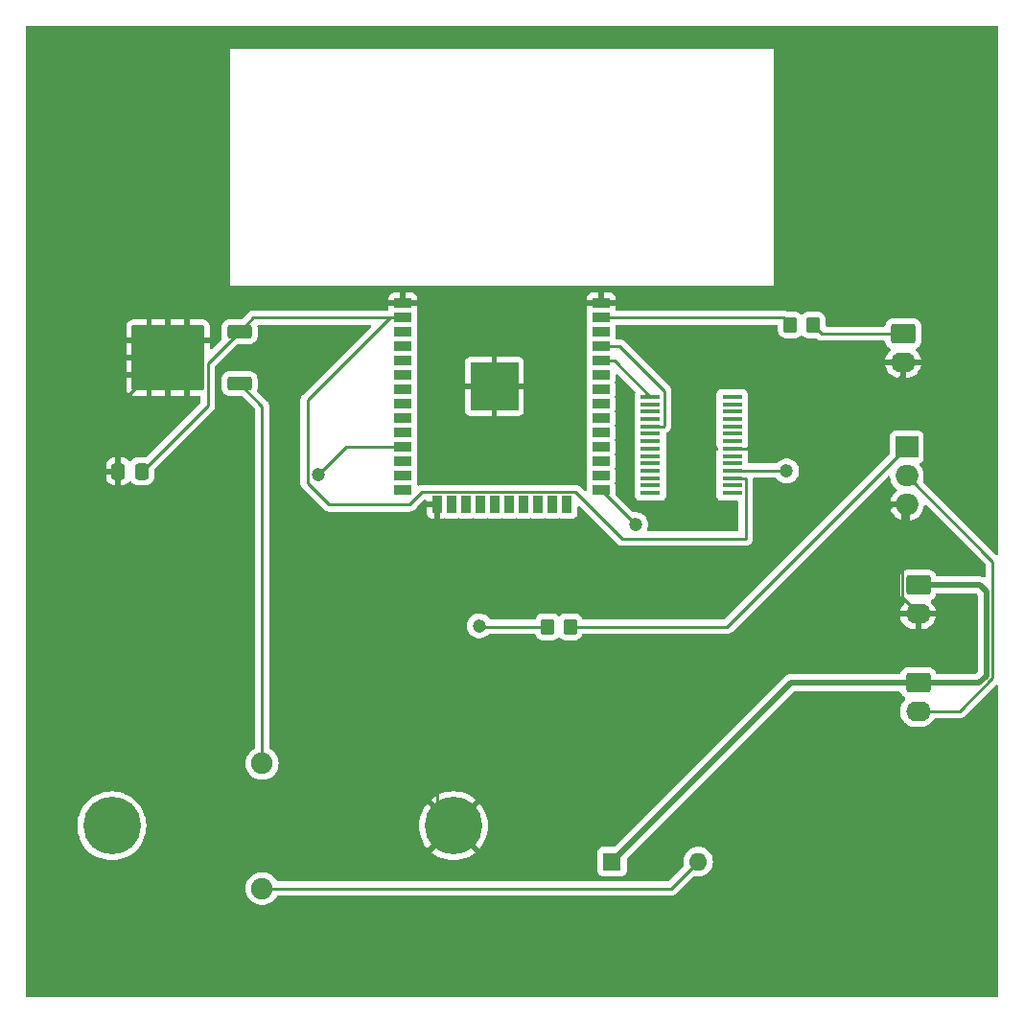
<source format=gbr>
%TF.GenerationSoftware,KiCad,Pcbnew,7.0.10*%
%TF.CreationDate,2024-03-05T16:09:12-06:00*%
%TF.ProjectId,shematic for power and light system,7368656d-6174-4696-9320-666f7220706f,rev?*%
%TF.SameCoordinates,Original*%
%TF.FileFunction,Copper,L1,Top*%
%TF.FilePolarity,Positive*%
%FSLAX46Y46*%
G04 Gerber Fmt 4.6, Leading zero omitted, Abs format (unit mm)*
G04 Created by KiCad (PCBNEW 7.0.10) date 2024-03-05 16:09:12*
%MOMM*%
%LPD*%
G01*
G04 APERTURE LIST*
G04 Aperture macros list*
%AMRoundRect*
0 Rectangle with rounded corners*
0 $1 Rounding radius*
0 $2 $3 $4 $5 $6 $7 $8 $9 X,Y pos of 4 corners*
0 Add a 4 corners polygon primitive as box body*
4,1,4,$2,$3,$4,$5,$6,$7,$8,$9,$2,$3,0*
0 Add four circle primitives for the rounded corners*
1,1,$1+$1,$2,$3*
1,1,$1+$1,$4,$5*
1,1,$1+$1,$6,$7*
1,1,$1+$1,$8,$9*
0 Add four rect primitives between the rounded corners*
20,1,$1+$1,$2,$3,$4,$5,0*
20,1,$1+$1,$4,$5,$6,$7,0*
20,1,$1+$1,$6,$7,$8,$9,0*
20,1,$1+$1,$8,$9,$2,$3,0*%
G04 Aperture macros list end*
%TA.AperFunction,ComponentPad*%
%ADD10C,1.905000*%
%TD*%
%TA.AperFunction,ComponentPad*%
%ADD11C,5.080000*%
%TD*%
%TA.AperFunction,ComponentPad*%
%ADD12R,2.000000X1.905000*%
%TD*%
%TA.AperFunction,ComponentPad*%
%ADD13O,2.000000X1.905000*%
%TD*%
%TA.AperFunction,SMDPad,CuDef*%
%ADD14RoundRect,0.250000X-0.350000X-0.450000X0.350000X-0.450000X0.350000X0.450000X-0.350000X0.450000X0*%
%TD*%
%TA.AperFunction,ComponentPad*%
%ADD15RoundRect,0.250000X-0.845000X0.620000X-0.845000X-0.620000X0.845000X-0.620000X0.845000X0.620000X0*%
%TD*%
%TA.AperFunction,ComponentPad*%
%ADD16O,2.190000X1.740000*%
%TD*%
%TA.AperFunction,SMDPad,CuDef*%
%ADD17RoundRect,0.250000X0.850000X0.350000X-0.850000X0.350000X-0.850000X-0.350000X0.850000X-0.350000X0*%
%TD*%
%TA.AperFunction,SMDPad,CuDef*%
%ADD18RoundRect,0.250000X1.275000X1.125000X-1.275000X1.125000X-1.275000X-1.125000X1.275000X-1.125000X0*%
%TD*%
%TA.AperFunction,SMDPad,CuDef*%
%ADD19RoundRect,0.249997X2.950003X2.650003X-2.950003X2.650003X-2.950003X-2.650003X2.950003X-2.650003X0*%
%TD*%
%TA.AperFunction,SMDPad,CuDef*%
%ADD20RoundRect,0.250000X-0.337500X-0.475000X0.337500X-0.475000X0.337500X0.475000X-0.337500X0.475000X0*%
%TD*%
%TA.AperFunction,SMDPad,CuDef*%
%ADD21R,1.500000X0.900000*%
%TD*%
%TA.AperFunction,SMDPad,CuDef*%
%ADD22R,0.900000X1.500000*%
%TD*%
%TA.AperFunction,SMDPad,CuDef*%
%ADD23R,1.050000X1.050000*%
%TD*%
%TA.AperFunction,HeatsinkPad*%
%ADD24C,0.600000*%
%TD*%
%TA.AperFunction,SMDPad,CuDef*%
%ADD25R,4.200000X4.200000*%
%TD*%
%TA.AperFunction,ComponentPad*%
%ADD26R,1.600000X1.600000*%
%TD*%
%TA.AperFunction,ComponentPad*%
%ADD27O,1.600000X1.600000*%
%TD*%
%TA.AperFunction,SMDPad,CuDef*%
%ADD28R,1.750000X0.450000*%
%TD*%
%TA.AperFunction,ViaPad*%
%ADD29C,1.193800*%
%TD*%
%TA.AperFunction,Conductor*%
%ADD30C,0.254000*%
%TD*%
%TA.AperFunction,Conductor*%
%ADD31C,0.508000*%
%TD*%
G04 APERTURE END LIST*
D10*
%TO.P,U1,1,IN*%
%TO.N,Net-(U1-IN)*%
X114300000Y-127889000D03*
%TO.P,U1,2,OUT*%
%TO.N,Net-(U1-OUT)*%
X114300000Y-116840000D03*
D11*
%TO.P,U1,3,GND*%
%TO.N,GND*%
X131191000Y-122364500D03*
%TO.P,U1,4,4*%
%TO.N,unconnected-(U1-Pad4)*%
X101015800Y-122364500D03*
%TD*%
D12*
%TO.P,Q1,1,G*%
%TO.N,Net-(Q1-G)*%
X171223388Y-88891149D03*
D13*
%TO.P,Q1,2,D*%
%TO.N,Net-(LED1-Pin_2)*%
X171223388Y-91431149D03*
%TO.P,Q1,3,S*%
%TO.N,GND*%
X171223388Y-93971149D03*
%TD*%
D14*
%TO.P,R2,1*%
%TO.N,Net-(U3-IO23)*%
X160952490Y-78134426D03*
%TO.P,R2,2*%
%TO.N,Net-(BlueTooth1-Pin_1)*%
X162952490Y-78134426D03*
%TD*%
D15*
%TO.P,+12V1,1,Pin_1*%
%TO.N,Net-(+12V1-Pin_1)*%
X172221597Y-101099857D03*
D16*
%TO.P,+12V1,2,Pin_2*%
%TO.N,GND*%
X172221597Y-103639857D03*
%TD*%
D15*
%TO.P,BlueTooth1,1,Pin_1*%
%TO.N,Net-(BlueTooth1-Pin_1)*%
X170904782Y-78889055D03*
D16*
%TO.P,BlueTooth1,2,Pin_2*%
%TO.N,GND*%
X170904782Y-81429055D03*
%TD*%
D14*
%TO.P,R1,1*%
%TO.N,Net-(U3-IO26)*%
X139489846Y-104778417D03*
%TO.P,R1,2*%
%TO.N,Net-(Q1-G)*%
X141489846Y-104778417D03*
%TD*%
D17*
%TO.P,U2,1,VI*%
%TO.N,Net-(U1-OUT)*%
X112286778Y-83284418D03*
D18*
%TO.P,U2,2,GND*%
%TO.N,GND*%
X107661778Y-82529418D03*
X107661778Y-79479418D03*
D19*
X105986778Y-81004418D03*
D18*
X104311778Y-82529418D03*
X104311778Y-79479418D03*
D17*
%TO.P,U2,3,VO*%
%TO.N,Net-(U2-VO)*%
X112286778Y-78724418D03*
%TD*%
D20*
%TO.P,C1,1*%
%TO.N,GND*%
X101600000Y-91059000D03*
%TO.P,C1,2*%
%TO.N,Net-(U2-VO)*%
X103675000Y-91059000D03*
%TD*%
D15*
%TO.P,LED1,1,Pin_1*%
%TO.N,Net-(+12V1-Pin_1)*%
X172221597Y-109699267D03*
D16*
%TO.P,LED1,2,Pin_2*%
%TO.N,Net-(LED1-Pin_2)*%
X172221597Y-112239267D03*
%TD*%
D21*
%TO.P,U3,1,GND*%
%TO.N,GND*%
X126727234Y-76199999D03*
%TO.P,U3,2,VDD*%
%TO.N,Net-(U2-VO)*%
X126727234Y-77469999D03*
%TO.P,U3,3,EN*%
%TO.N,unconnected-(U3-EN-Pad3)*%
X126727234Y-78739999D03*
%TO.P,U3,4,SENSOR_VP*%
%TO.N,unconnected-(U3-SENSOR_VP-Pad4)*%
X126727234Y-80009999D03*
%TO.P,U3,5,SENSOR_VN*%
%TO.N,unconnected-(U3-SENSOR_VN-Pad5)*%
X126727234Y-81279999D03*
%TO.P,U3,6,IO34*%
%TO.N,unconnected-(U3-IO34-Pad6)*%
X126727234Y-82549999D03*
%TO.P,U3,7,IO35*%
%TO.N,unconnected-(U3-IO35-Pad7)*%
X126727234Y-83819999D03*
%TO.P,U3,8,IO32*%
%TO.N,unconnected-(U3-IO32-Pad8)*%
X126727234Y-85089999D03*
%TO.P,U3,9,IO33*%
%TO.N,unconnected-(U3-IO33-Pad9)*%
X126727234Y-86359999D03*
%TO.P,U3,10,IO25*%
%TO.N,unconnected-(U3-IO25-Pad10)*%
X126727234Y-87629999D03*
%TO.P,U3,11,IO26*%
%TO.N,Net-(U3-IO26)*%
X126727234Y-88899999D03*
%TO.P,U3,12,IO27*%
%TO.N,unconnected-(U3-IO27-Pad12)*%
X126727234Y-90169999D03*
%TO.P,U3,13,IO14*%
%TO.N,unconnected-(U3-IO14-Pad13)*%
X126727234Y-91439999D03*
%TO.P,U3,14,IO12*%
%TO.N,unconnected-(U3-IO12-Pad14)*%
X126727234Y-92709999D03*
D22*
%TO.P,U3,15,GND*%
%TO.N,GND*%
X129767234Y-93959999D03*
%TO.P,U3,16,IO13*%
%TO.N,unconnected-(U3-IO13-Pad16)*%
X131037234Y-93959999D03*
%TO.P,U3,17,SHD/SD2*%
%TO.N,unconnected-(U3-SHD{slash}SD2-Pad17)*%
X132307234Y-93959999D03*
%TO.P,U3,18,SWP/SD3*%
%TO.N,unconnected-(U3-SWP{slash}SD3-Pad18)*%
X133577234Y-93959999D03*
%TO.P,U3,19,SCS/CMD*%
%TO.N,unconnected-(U3-SCS{slash}CMD-Pad19)*%
X134847234Y-93959999D03*
%TO.P,U3,20,SCK/CLK*%
%TO.N,unconnected-(U3-SCK{slash}CLK-Pad20)*%
X136117234Y-93959999D03*
%TO.P,U3,21,SDO/SD0*%
%TO.N,unconnected-(U3-SDO{slash}SD0-Pad21)*%
X137387234Y-93959999D03*
%TO.P,U3,22,SDI/SD1*%
%TO.N,unconnected-(U3-SDI{slash}SD1-Pad22)*%
X138657234Y-93959999D03*
%TO.P,U3,23,IO15*%
%TO.N,unconnected-(U3-IO15-Pad23)*%
X139927234Y-93959999D03*
%TO.P,U3,24,IO2*%
%TO.N,unconnected-(U3-IO2-Pad24)*%
X141197234Y-93959999D03*
D21*
%TO.P,U3,25,IO0*%
%TO.N,Net-(U3-IO0)*%
X144227234Y-92709999D03*
%TO.P,U3,26,IO4*%
%TO.N,unconnected-(U3-IO4-Pad26)*%
X144227234Y-91439999D03*
%TO.P,U3,27,IO16*%
%TO.N,unconnected-(U3-IO16-Pad27)*%
X144227234Y-90169999D03*
%TO.P,U3,28,IO17*%
%TO.N,unconnected-(U3-IO17-Pad28)*%
X144227234Y-88899999D03*
%TO.P,U3,29,IO5*%
%TO.N,unconnected-(U3-IO5-Pad29)*%
X144227234Y-87629999D03*
%TO.P,U3,30,IO18*%
%TO.N,unconnected-(U3-IO18-Pad30)*%
X144227234Y-86359999D03*
%TO.P,U3,31,IO19*%
%TO.N,unconnected-(U3-IO19-Pad31)*%
X144227234Y-85089999D03*
%TO.P,U3,32,NC*%
%TO.N,unconnected-(U3-NC-Pad32)*%
X144227234Y-83819999D03*
%TO.P,U3,33,IO21*%
%TO.N,unconnected-(U3-IO21-Pad33)*%
X144227234Y-82549999D03*
%TO.P,U3,34,RXD0/IO3*%
%TO.N,Net-(U3-RXD0{slash}IO3)*%
X144227234Y-81279999D03*
%TO.P,U3,35,TXD0/IO1*%
%TO.N,Net-(U3-TXD0{slash}IO1)*%
X144227234Y-80009999D03*
%TO.P,U3,36,IO22*%
%TO.N,unconnected-(U3-IO22-Pad36)*%
X144227234Y-78739999D03*
%TO.P,U3,37,IO23*%
%TO.N,Net-(U3-IO23)*%
X144227234Y-77469999D03*
%TO.P,U3,38,GND*%
%TO.N,GND*%
X144227234Y-76199999D03*
D23*
%TO.P,U3,39,GND*%
X133272234Y-82014999D03*
D24*
X133272234Y-82777499D03*
D23*
X133272234Y-83539999D03*
D24*
X133272234Y-84302499D03*
D23*
X133272234Y-85064999D03*
D24*
X134034734Y-82014999D03*
X134034734Y-83539999D03*
X134034734Y-85064999D03*
D23*
X134797234Y-82014999D03*
D24*
X134797234Y-82777499D03*
D23*
X134797234Y-83539999D03*
D25*
X134797234Y-83539999D03*
D24*
X134797234Y-84302499D03*
D23*
X134797234Y-85064999D03*
D24*
X135559734Y-82014999D03*
X135559734Y-83539999D03*
X135559734Y-85064999D03*
D23*
X136322234Y-82014999D03*
D24*
X136322234Y-82777499D03*
D23*
X136322234Y-83539999D03*
D24*
X136322234Y-84302499D03*
D23*
X136322234Y-85064999D03*
%TD*%
D26*
%TO.P,SW1,1*%
%TO.N,Net-(+12V1-Pin_1)*%
X145192146Y-125508270D03*
D27*
%TO.P,SW1,2*%
%TO.N,Net-(U1-IN)*%
X152812146Y-125508270D03*
%TD*%
D28*
%TO.P,U4,1,TXD*%
%TO.N,Net-(U3-RXD0{slash}IO3)*%
X148592726Y-84492633D03*
%TO.P,U4,2,DTR*%
%TO.N,unconnected-(U4-DTR-Pad2)*%
X148592726Y-85142633D03*
%TO.P,U4,3,RTS*%
%TO.N,unconnected-(U4-RTS-Pad3)*%
X148592726Y-85792633D03*
%TO.P,U4,4,VCCIO*%
%TO.N,unconnected-(U4-VCCIO-Pad4)*%
X148592726Y-86442633D03*
%TO.P,U4,5,RXD*%
%TO.N,Net-(U3-TXD0{slash}IO1)*%
X148592726Y-87092633D03*
%TO.P,U4,6,RI*%
%TO.N,unconnected-(U4-RI-Pad6)*%
X148592726Y-87742633D03*
%TO.P,U4,7,GND*%
%TO.N,unconnected-(U4-GND-Pad7)*%
X148592726Y-88392633D03*
%TO.P,U4,8*%
%TO.N,N/C*%
X148592726Y-89042633D03*
%TO.P,U4,9,DCR*%
%TO.N,unconnected-(U4-DCR-Pad9)*%
X148592726Y-89692633D03*
%TO.P,U4,10,DCD*%
%TO.N,unconnected-(U4-DCD-Pad10)*%
X148592726Y-90342633D03*
%TO.P,U4,11,CTS*%
%TO.N,unconnected-(U4-CTS-Pad11)*%
X148592726Y-90992633D03*
%TO.P,U4,12,CBUS4*%
%TO.N,unconnected-(U4-CBUS4-Pad12)*%
X148592726Y-91642633D03*
%TO.P,U4,13,CBUS2*%
%TO.N,unconnected-(U4-CBUS2-Pad13)*%
X148592726Y-92292633D03*
%TO.P,U4,14,CBUS3*%
%TO.N,unconnected-(U4-CBUS3-Pad14)*%
X148592726Y-92942633D03*
%TO.P,U4,15,USBD+*%
%TO.N,unconnected-(U4-USBD+-Pad15)*%
X155792726Y-92942633D03*
%TO.P,U4,16,USBD-*%
%TO.N,unconnected-(U4-USBD--Pad16)*%
X155792726Y-92292633D03*
%TO.P,U4,17,3V3OUT*%
%TO.N,Net-(U2-VO)*%
X155792726Y-91642633D03*
%TO.P,U4,18,GND*%
%TO.N,Net-(U3-IO0)*%
X155792726Y-90992633D03*
%TO.P,U4,19,~{RESET}*%
%TO.N,unconnected-(U4-~{RESET}-Pad19)*%
X155792726Y-90342633D03*
%TO.P,U4,20,VCC*%
%TO.N,unconnected-(U4-VCC-Pad20)*%
X155792726Y-89692633D03*
%TO.P,U4,21,GND*%
%TO.N,GND*%
X155792726Y-89042633D03*
%TO.P,U4,22,CBUS1*%
%TO.N,unconnected-(U4-CBUS1-Pad22)*%
X155792726Y-88392633D03*
%TO.P,U4,23,CBUS0*%
%TO.N,unconnected-(U4-CBUS0-Pad23)*%
X155792726Y-87742633D03*
%TO.P,U4,24*%
%TO.N,N/C*%
X155792726Y-87092633D03*
%TO.P,U4,25,AGND*%
%TO.N,unconnected-(U4-AGND-Pad25)*%
X155792726Y-86442633D03*
%TO.P,U4,26,TEST*%
%TO.N,unconnected-(U4-TEST-Pad26)*%
X155792726Y-85792633D03*
%TO.P,U4,27,OSCI*%
%TO.N,unconnected-(U4-OSCI-Pad27)*%
X155792726Y-85142633D03*
%TO.P,U4,28,OSCO*%
%TO.N,unconnected-(U4-OSCO-Pad28)*%
X155792726Y-84492633D03*
%TD*%
D29*
%TO.N,Net-(U3-IO0)*%
X147291326Y-95749098D03*
X160607381Y-91020499D03*
%TO.N,GND*%
X165541131Y-87851548D03*
X167722985Y-96241563D03*
%TO.N,Net-(U3-IO26)*%
X119227351Y-91358034D03*
X133473131Y-104704080D03*
%TD*%
D30*
%TO.N,GND*%
X164350046Y-89042633D02*
X165541131Y-87851548D01*
X155792726Y-89042633D02*
X164350046Y-89042633D01*
%TO.N,Net-(U3-IO0)*%
X147266333Y-95749098D02*
X144227234Y-92709999D01*
X147291326Y-95749098D02*
X147266333Y-95749098D01*
X160579515Y-90992633D02*
X160607381Y-91020499D01*
X155792726Y-90992633D02*
X160579515Y-90992633D01*
%TO.N,Net-(U2-VO)*%
X118303451Y-84776983D02*
X125610435Y-77469999D01*
X118303451Y-92092069D02*
X118303451Y-84776983D01*
X127316475Y-93974758D02*
X120186140Y-93974758D01*
X128408234Y-92882999D02*
X127316475Y-93974758D01*
X125610435Y-77469999D02*
X126727234Y-77469999D01*
X141974234Y-92882999D02*
X128408234Y-92882999D01*
X146096509Y-97005274D02*
X141974234Y-92882999D01*
X156994726Y-97005274D02*
X146096509Y-97005274D01*
X156994726Y-91715633D02*
X156994726Y-97005274D01*
X120186140Y-93974758D02*
X118303451Y-92092069D01*
X156921726Y-91642633D02*
X156994726Y-91715633D01*
X155792726Y-91642633D02*
X156921726Y-91642633D01*
%TO.N,Net-(U3-RXD0{slash}IO3)*%
X148592726Y-84492633D02*
X145380092Y-81279999D01*
X145380092Y-81279999D02*
X144227234Y-81279999D01*
%TO.N,Net-(U3-TXD0{slash}IO1)*%
X149794726Y-87019633D02*
X149721726Y-87092633D01*
X149721726Y-87092633D02*
X148592726Y-87092633D01*
X145864092Y-80009999D02*
X149794726Y-83940633D01*
X149794726Y-83940633D02*
X149794726Y-87019633D01*
X144227234Y-80009999D02*
X145864092Y-80009999D01*
%TO.N,Net-(U2-VO)*%
X113541197Y-77469999D02*
X126727234Y-77469999D01*
X112286778Y-78724418D02*
X113541197Y-77469999D01*
%TO.N,GND*%
X101600000Y-85241196D02*
X104311778Y-82529418D01*
X101600000Y-91059000D02*
X101600000Y-85241196D01*
%TO.N,Net-(U2-VO)*%
X109513778Y-81497418D02*
X112286778Y-78724418D01*
X103675000Y-91059000D02*
X109513778Y-85220222D01*
X109513778Y-85220222D02*
X109513778Y-81497418D01*
%TO.N,Net-(U3-IO23)*%
X160288063Y-77469999D02*
X144227234Y-77469999D01*
X160952490Y-78134426D02*
X160288063Y-77469999D01*
%TO.N,Net-(BlueTooth1-Pin_1)*%
X163707119Y-78889055D02*
X162952490Y-78134426D01*
X170904782Y-78889055D02*
X163707119Y-78889055D01*
%TO.N,GND*%
X169993399Y-93971149D02*
X171223388Y-93971149D01*
X167722985Y-96241563D02*
X169993399Y-93971149D01*
X170904782Y-82487897D02*
X165541131Y-87851548D01*
X170904782Y-81429055D02*
X170904782Y-82487897D01*
%TO.N,Net-(LED1-Pin_2)*%
X175900044Y-112239267D02*
X172221597Y-112239267D01*
X178810872Y-109328439D02*
X175900044Y-112239267D01*
X178810872Y-99018633D02*
X178810872Y-109328439D01*
X171223388Y-91431149D02*
X178810872Y-99018633D01*
%TO.N,Net-(Q1-G)*%
X155336120Y-104778417D02*
X141489846Y-104778417D01*
X171223388Y-88891149D02*
X155336120Y-104778417D01*
%TO.N,Net-(U3-IO26)*%
X121685386Y-88899999D02*
X126727234Y-88899999D01*
X119227351Y-91358034D02*
X121685386Y-88899999D01*
X139489846Y-104778417D02*
X133547468Y-104778417D01*
X133547468Y-104778417D02*
X133473131Y-104704080D01*
D31*
%TO.N,Net-(+12V1-Pin_1)*%
X177618386Y-109699267D02*
X172221597Y-109699267D01*
X178229872Y-109087781D02*
X177618386Y-109699267D01*
X178229872Y-101649985D02*
X178229872Y-109087781D01*
X177679744Y-101099857D02*
X178229872Y-101649985D01*
X172221597Y-101099857D02*
X177679744Y-101099857D01*
D30*
%TO.N,GND*%
X129767234Y-120940734D02*
X131191000Y-122364500D01*
X129767234Y-93959999D02*
X129767234Y-120940734D01*
%TO.N,Net-(U1-OUT)*%
X112286778Y-83284418D02*
X114300000Y-85297640D01*
X114300000Y-85297640D02*
X114300000Y-116840000D01*
%TO.N,GND*%
X170799597Y-94394940D02*
X171223388Y-93971149D01*
X170799597Y-102217857D02*
X170799597Y-94394940D01*
X172221597Y-103639857D02*
X170799597Y-102217857D01*
%TO.N,Net-(+12V1-Pin_1)*%
X172221597Y-101099857D02*
X172221597Y-101722043D01*
D31*
X161001149Y-109699267D02*
X172221597Y-109699267D01*
X145192146Y-125508270D02*
X161001149Y-109699267D01*
D30*
%TO.N,Net-(U1-IN)*%
X150431416Y-127889000D02*
X152812146Y-125508270D01*
X114300000Y-127889000D02*
X150431416Y-127889000D01*
%TD*%
%TA.AperFunction,Conductor*%
%TO.N,GND*%
G36*
X179264499Y-51721281D02*
G01*
X179310254Y-51774085D01*
X179321460Y-51825596D01*
X179321460Y-98342440D01*
X179301775Y-98409479D01*
X179248971Y-98455234D01*
X179179813Y-98465178D01*
X179116257Y-98436153D01*
X179109779Y-98430121D01*
X172683904Y-92004246D01*
X172650419Y-91942923D01*
X172654303Y-91876303D01*
X172684254Y-91789062D01*
X172723888Y-91551548D01*
X172723888Y-91310750D01*
X172684254Y-91073236D01*
X172666149Y-91020499D01*
X172639244Y-90942126D01*
X172606067Y-90845485D01*
X172491460Y-90633710D01*
X172491458Y-90633707D01*
X172491454Y-90633701D01*
X172380555Y-90491218D01*
X172354912Y-90426224D01*
X172368478Y-90357684D01*
X172416947Y-90307360D01*
X172435069Y-90298876D01*
X172465719Y-90287445D01*
X172580934Y-90201195D01*
X172667184Y-90085980D01*
X172717479Y-89951132D01*
X172723888Y-89891522D01*
X172723887Y-87890777D01*
X172717479Y-87831166D01*
X172667184Y-87696318D01*
X172667183Y-87696317D01*
X172667181Y-87696313D01*
X172580935Y-87581104D01*
X172580932Y-87581101D01*
X172465723Y-87494855D01*
X172465716Y-87494851D01*
X172330870Y-87444557D01*
X172330871Y-87444557D01*
X172271271Y-87438150D01*
X172271269Y-87438149D01*
X172271261Y-87438149D01*
X172271252Y-87438149D01*
X170175517Y-87438149D01*
X170175511Y-87438150D01*
X170115904Y-87444557D01*
X169981059Y-87494851D01*
X169981052Y-87494855D01*
X169865843Y-87581101D01*
X169865840Y-87581104D01*
X169779594Y-87696313D01*
X169779590Y-87696320D01*
X169729296Y-87831166D01*
X169722889Y-87890765D01*
X169722889Y-87890772D01*
X169722888Y-87890784D01*
X169722888Y-89452867D01*
X169703203Y-89519906D01*
X169686569Y-89540548D01*
X155112520Y-104114598D01*
X155051197Y-104148083D01*
X155024839Y-104150917D01*
X142661200Y-104150917D01*
X142594161Y-104131232D01*
X142548406Y-104078428D01*
X142543494Y-104065921D01*
X142542929Y-104064216D01*
X142524660Y-104009083D01*
X142432558Y-103859761D01*
X142308502Y-103735705D01*
X142159908Y-103644052D01*
X142159182Y-103643604D01*
X142159177Y-103643602D01*
X142147875Y-103639857D01*
X141992643Y-103588418D01*
X141992641Y-103588417D01*
X141889856Y-103577917D01*
X141089844Y-103577917D01*
X141089826Y-103577918D01*
X140987049Y-103588417D01*
X140987046Y-103588418D01*
X140820514Y-103643602D01*
X140820509Y-103643604D01*
X140671188Y-103735706D01*
X140577527Y-103829368D01*
X140516204Y-103862853D01*
X140446512Y-103857869D01*
X140402165Y-103829368D01*
X140308503Y-103735706D01*
X140308502Y-103735705D01*
X140159908Y-103644052D01*
X140159182Y-103643604D01*
X140159177Y-103643602D01*
X140147875Y-103639857D01*
X139992643Y-103588418D01*
X139992641Y-103588417D01*
X139889856Y-103577917D01*
X139089844Y-103577917D01*
X139089826Y-103577918D01*
X138987049Y-103588417D01*
X138987046Y-103588418D01*
X138820514Y-103643602D01*
X138820509Y-103643604D01*
X138671188Y-103735706D01*
X138547135Y-103859759D01*
X138455033Y-104009080D01*
X138455031Y-104009085D01*
X138436198Y-104065921D01*
X138396425Y-104123366D01*
X138331909Y-104150189D01*
X138318492Y-104150917D01*
X134492303Y-104150917D01*
X134425264Y-104131232D01*
X134393349Y-104101643D01*
X134287594Y-103961600D01*
X134287592Y-103961597D01*
X134137295Y-103824584D01*
X134137293Y-103824582D01*
X133964383Y-103717521D01*
X133964374Y-103717517D01*
X133822146Y-103662418D01*
X133774735Y-103644051D01*
X133574820Y-103606680D01*
X133371442Y-103606680D01*
X133171527Y-103644051D01*
X133171524Y-103644051D01*
X133171524Y-103644052D01*
X132981887Y-103717517D01*
X132981878Y-103717521D01*
X132808968Y-103824582D01*
X132808966Y-103824584D01*
X132658670Y-103961596D01*
X132536107Y-104123896D01*
X132536102Y-104123904D01*
X132445453Y-104305953D01*
X132445450Y-104305959D01*
X132389795Y-104501567D01*
X132389794Y-104501569D01*
X132371030Y-104704079D01*
X132371030Y-104704080D01*
X132389794Y-104906590D01*
X132389795Y-104906592D01*
X132445450Y-105102200D01*
X132445451Y-105102202D01*
X132445452Y-105102205D01*
X132475505Y-105162559D01*
X132536102Y-105284255D01*
X132536107Y-105284263D01*
X132658670Y-105446563D01*
X132808966Y-105583575D01*
X132808968Y-105583577D01*
X132981878Y-105690638D01*
X132981880Y-105690639D01*
X132981882Y-105690640D01*
X133171527Y-105764109D01*
X133371442Y-105801480D01*
X133371444Y-105801480D01*
X133574818Y-105801480D01*
X133574820Y-105801480D01*
X133774735Y-105764109D01*
X133964380Y-105690640D01*
X134137295Y-105583576D01*
X134287593Y-105446561D01*
X134287595Y-105446558D01*
X134287754Y-105446384D01*
X134287855Y-105446322D01*
X134291830Y-105442699D01*
X134292538Y-105443476D01*
X134347463Y-105410099D01*
X134379396Y-105405917D01*
X138318492Y-105405917D01*
X138385531Y-105425602D01*
X138431286Y-105478406D01*
X138436198Y-105490913D01*
X138455031Y-105547748D01*
X138455033Y-105547753D01*
X138489845Y-105604193D01*
X138547134Y-105697073D01*
X138671190Y-105821129D01*
X138820512Y-105913231D01*
X138987049Y-105968416D01*
X139089837Y-105978917D01*
X139889854Y-105978916D01*
X139889862Y-105978915D01*
X139889865Y-105978915D01*
X139946148Y-105973165D01*
X139992643Y-105968416D01*
X140159180Y-105913231D01*
X140308502Y-105821129D01*
X140402165Y-105727466D01*
X140463488Y-105693981D01*
X140533180Y-105698965D01*
X140577527Y-105727466D01*
X140671190Y-105821129D01*
X140820512Y-105913231D01*
X140987049Y-105968416D01*
X141089837Y-105978917D01*
X141889854Y-105978916D01*
X141889862Y-105978915D01*
X141889865Y-105978915D01*
X141946148Y-105973165D01*
X141992643Y-105968416D01*
X142159180Y-105913231D01*
X142308502Y-105821129D01*
X142432558Y-105697073D01*
X142524660Y-105547751D01*
X142543494Y-105490912D01*
X142583267Y-105433468D01*
X142647783Y-105406645D01*
X142661200Y-105405917D01*
X155253153Y-105405917D01*
X155268801Y-105407644D01*
X155268828Y-105407363D01*
X155276595Y-105408097D01*
X155276596Y-105408096D01*
X155276597Y-105408097D01*
X155344039Y-105405978D01*
X155347933Y-105405917D01*
X155375592Y-105405917D01*
X155375596Y-105405917D01*
X155379594Y-105405411D01*
X155391234Y-105404494D01*
X155435063Y-105403118D01*
X155454392Y-105397501D01*
X155473448Y-105393554D01*
X155493413Y-105391033D01*
X155534175Y-105374893D01*
X155545212Y-105371115D01*
X155587311Y-105358885D01*
X155604635Y-105348638D01*
X155622103Y-105340080D01*
X155640823Y-105332670D01*
X155676297Y-105306895D01*
X155686035Y-105300498D01*
X155723776Y-105278180D01*
X155738017Y-105263937D01*
X155752798Y-105251314D01*
X155769087Y-105239480D01*
X155797024Y-105205707D01*
X155804876Y-105197078D01*
X169513583Y-91488371D01*
X169574904Y-91454888D01*
X169644596Y-91459872D01*
X169700529Y-91501744D01*
X169723571Y-91555644D01*
X169762522Y-91789065D01*
X169840706Y-92016805D01*
X169840709Y-92016814D01*
X169955317Y-92228590D01*
X169985877Y-92267853D01*
X170103217Y-92418612D01*
X170185064Y-92493957D01*
X170280382Y-92581704D01*
X170304772Y-92597638D01*
X170350130Y-92650783D01*
X170359554Y-92720015D01*
X170330053Y-92783351D01*
X170304778Y-92805253D01*
X170280685Y-92820995D01*
X170280677Y-92821000D01*
X170103590Y-92984022D01*
X170103581Y-92984032D01*
X169955738Y-93173980D01*
X169955732Y-93173989D01*
X169841172Y-93385680D01*
X169841166Y-93385694D01*
X169763007Y-93613357D01*
X169745021Y-93721148D01*
X169745022Y-93721149D01*
X170728536Y-93721149D01*
X170679829Y-93858196D01*
X170669511Y-94009035D01*
X170700272Y-94157064D01*
X170733478Y-94221149D01*
X169745021Y-94221149D01*
X169763007Y-94328940D01*
X169841166Y-94556603D01*
X169841172Y-94556617D01*
X169955732Y-94768308D01*
X169955738Y-94768317D01*
X170103581Y-94958265D01*
X170103590Y-94958275D01*
X170280677Y-95121297D01*
X170280688Y-95121305D01*
X170482203Y-95252962D01*
X170702648Y-95349657D01*
X170702647Y-95349657D01*
X170935992Y-95408748D01*
X170973388Y-95411846D01*
X170973388Y-94462832D01*
X171002207Y-94480358D01*
X171147792Y-94521149D01*
X171261010Y-94521149D01*
X171373171Y-94505733D01*
X171473388Y-94462202D01*
X171473388Y-95411845D01*
X171510782Y-95408748D01*
X171510783Y-95408748D01*
X171744128Y-95349657D01*
X171964572Y-95252962D01*
X172166087Y-95121305D01*
X172166098Y-95121297D01*
X172343185Y-94958275D01*
X172343194Y-94958265D01*
X172491037Y-94768317D01*
X172491043Y-94768308D01*
X172605603Y-94556617D01*
X172605609Y-94556603D01*
X172683767Y-94328941D01*
X172722769Y-94095211D01*
X172753219Y-94032326D01*
X172812834Y-93995886D01*
X172882686Y-93997461D01*
X172932759Y-94027939D01*
X178147053Y-99242233D01*
X178180538Y-99303556D01*
X178183372Y-99329914D01*
X178183372Y-100307447D01*
X178163687Y-100374486D01*
X178110883Y-100420241D01*
X178041725Y-100430185D01*
X178003721Y-100418258D01*
X177939552Y-100386031D01*
X177932775Y-100383565D01*
X177932793Y-100383515D01*
X177925551Y-100380998D01*
X177925535Y-100381048D01*
X177918682Y-100378777D01*
X177844832Y-100363528D01*
X177841311Y-100362748D01*
X177767925Y-100345355D01*
X177760758Y-100344518D01*
X177760764Y-100344464D01*
X177753149Y-100343686D01*
X177753145Y-100343740D01*
X177745954Y-100343110D01*
X177670548Y-100345305D01*
X177666942Y-100345357D01*
X173902200Y-100345357D01*
X173835161Y-100325672D01*
X173789406Y-100272868D01*
X173784494Y-100260361D01*
X173751411Y-100160523D01*
X173659309Y-100011201D01*
X173535253Y-99887145D01*
X173385931Y-99795043D01*
X173219394Y-99739858D01*
X173219392Y-99739857D01*
X173116607Y-99729357D01*
X171326595Y-99729357D01*
X171326578Y-99729358D01*
X171223800Y-99739857D01*
X171223797Y-99739858D01*
X171057265Y-99795042D01*
X171057260Y-99795044D01*
X170907939Y-99887146D01*
X170783886Y-100011199D01*
X170691784Y-100160520D01*
X170691783Y-100160523D01*
X170636598Y-100327060D01*
X170636598Y-100327061D01*
X170636597Y-100327061D01*
X170626097Y-100429840D01*
X170626097Y-101769858D01*
X170626098Y-101769875D01*
X170636597Y-101872653D01*
X170636598Y-101872656D01*
X170683393Y-102013871D01*
X170691783Y-102039191D01*
X170783885Y-102188513D01*
X170907941Y-102312569D01*
X171057263Y-102404671D01*
X171057266Y-102404672D01*
X171060016Y-102405954D01*
X171061588Y-102407338D01*
X171063410Y-102408462D01*
X171063218Y-102408773D01*
X171112458Y-102452124D01*
X171131613Y-102519317D01*
X171111400Y-102586199D01*
X171093418Y-102607861D01*
X170964457Y-102731460D01*
X170964456Y-102731461D01*
X170825786Y-102918954D01*
X170720793Y-103127195D01*
X170652503Y-103350186D01*
X170647423Y-103389856D01*
X170647424Y-103389857D01*
X171681127Y-103389857D01*
X171641912Y-103484531D01*
X171621463Y-103639857D01*
X171641912Y-103795183D01*
X171681127Y-103889857D01*
X170649021Y-103889857D01*
X170681913Y-104042476D01*
X170681913Y-104042477D01*
X170768864Y-104258862D01*
X170891138Y-104457449D01*
X171045214Y-104632513D01*
X171045218Y-104632517D01*
X171226651Y-104779014D01*
X171226657Y-104779018D01*
X171430250Y-104892752D01*
X171650135Y-104970442D01*
X171650143Y-104970444D01*
X171879984Y-105009856D01*
X171879993Y-105009857D01*
X171971597Y-105009857D01*
X171971597Y-104180326D01*
X172066271Y-104219542D01*
X172182600Y-104234857D01*
X172260594Y-104234857D01*
X172376923Y-104219542D01*
X172471597Y-104180326D01*
X172471597Y-105009857D01*
X172504792Y-105009857D01*
X172504809Y-105009856D01*
X172678960Y-104995034D01*
X172904648Y-104936269D01*
X173117149Y-104840213D01*
X173117157Y-104840208D01*
X173310368Y-104709621D01*
X173478736Y-104548253D01*
X173478737Y-104548252D01*
X173617407Y-104360759D01*
X173722400Y-104152518D01*
X173790690Y-103929527D01*
X173795770Y-103889857D01*
X172762067Y-103889857D01*
X172801282Y-103795183D01*
X172821731Y-103639857D01*
X172801282Y-103484531D01*
X172762067Y-103389857D01*
X173794173Y-103389857D01*
X173794172Y-103389856D01*
X173761280Y-103237237D01*
X173761280Y-103237236D01*
X173674329Y-103020851D01*
X173552055Y-102822264D01*
X173397980Y-102647201D01*
X173357799Y-102614757D01*
X173318007Y-102557326D01*
X173315581Y-102487499D01*
X173351291Y-102427444D01*
X173383311Y-102405891D01*
X173385918Y-102404675D01*
X173385931Y-102404671D01*
X173535253Y-102312569D01*
X173659309Y-102188513D01*
X173751411Y-102039191D01*
X173784494Y-101939352D01*
X173824267Y-101881908D01*
X173888783Y-101855085D01*
X173902200Y-101854357D01*
X177315858Y-101854357D01*
X177382897Y-101874042D01*
X177403539Y-101890676D01*
X177439053Y-101926190D01*
X177472538Y-101987513D01*
X177475372Y-102013871D01*
X177475372Y-108723894D01*
X177455687Y-108790933D01*
X177439057Y-108811570D01*
X177342179Y-108908449D01*
X177280859Y-108941933D01*
X177254500Y-108944767D01*
X173902200Y-108944767D01*
X173835161Y-108925082D01*
X173789406Y-108872278D01*
X173784494Y-108859771D01*
X173761683Y-108790933D01*
X173751411Y-108759933D01*
X173659309Y-108610611D01*
X173535253Y-108486555D01*
X173385931Y-108394453D01*
X173219394Y-108339268D01*
X173219392Y-108339267D01*
X173116607Y-108328767D01*
X171326595Y-108328767D01*
X171326578Y-108328768D01*
X171223800Y-108339267D01*
X171223797Y-108339268D01*
X171057265Y-108394452D01*
X171057260Y-108394454D01*
X170907939Y-108486556D01*
X170783886Y-108610609D01*
X170691784Y-108759930D01*
X170691782Y-108759935D01*
X170658700Y-108859771D01*
X170618927Y-108917216D01*
X170554411Y-108944039D01*
X170540994Y-108944767D01*
X161065143Y-108944767D01*
X161047171Y-108943458D01*
X161023242Y-108939953D01*
X161023238Y-108939952D01*
X160973612Y-108944295D01*
X160962804Y-108944767D01*
X160957202Y-108944767D01*
X160926229Y-108948387D01*
X160922644Y-108948753D01*
X160847540Y-108955324D01*
X160840466Y-108956785D01*
X160840455Y-108956732D01*
X160832974Y-108958391D01*
X160832987Y-108958443D01*
X160825960Y-108960108D01*
X160755080Y-108985904D01*
X160751680Y-108987086D01*
X160680113Y-109010803D01*
X160673566Y-109013856D01*
X160673543Y-109013808D01*
X160666656Y-109017142D01*
X160666680Y-109017189D01*
X160660225Y-109020430D01*
X160597216Y-109061871D01*
X160594179Y-109063806D01*
X160529995Y-109103397D01*
X160524328Y-109107878D01*
X160524295Y-109107836D01*
X160518363Y-109112668D01*
X160518397Y-109112709D01*
X160512861Y-109117354D01*
X160461093Y-109172223D01*
X160458582Y-109174808D01*
X145461939Y-124171451D01*
X145400616Y-124204936D01*
X145374258Y-124207770D01*
X144344275Y-124207770D01*
X144344269Y-124207771D01*
X144284662Y-124214178D01*
X144149817Y-124264472D01*
X144149810Y-124264476D01*
X144034601Y-124350722D01*
X144034598Y-124350725D01*
X143948352Y-124465934D01*
X143948348Y-124465941D01*
X143898054Y-124600787D01*
X143891647Y-124660386D01*
X143891646Y-124660405D01*
X143891646Y-126356140D01*
X143891647Y-126356146D01*
X143898054Y-126415753D01*
X143948348Y-126550598D01*
X143948352Y-126550605D01*
X144034598Y-126665814D01*
X144034601Y-126665817D01*
X144149810Y-126752063D01*
X144149817Y-126752067D01*
X144284663Y-126802361D01*
X144284662Y-126802361D01*
X144291590Y-126803105D01*
X144344273Y-126808770D01*
X146040018Y-126808769D01*
X146099629Y-126802361D01*
X146234477Y-126752066D01*
X146349692Y-126665816D01*
X146435942Y-126550601D01*
X146486237Y-126415753D01*
X146492646Y-126356143D01*
X146492645Y-125326154D01*
X146512329Y-125259116D01*
X146528959Y-125238479D01*
X161277354Y-110490086D01*
X161338677Y-110456601D01*
X161365035Y-110453767D01*
X170540994Y-110453767D01*
X170608033Y-110473452D01*
X170653788Y-110526256D01*
X170658700Y-110538763D01*
X170691782Y-110638598D01*
X170691784Y-110638603D01*
X170708342Y-110665448D01*
X170783885Y-110787923D01*
X170907941Y-110911979D01*
X171057263Y-111004081D01*
X171057271Y-111004083D01*
X171059526Y-111005135D01*
X171060821Y-111006275D01*
X171063410Y-111007872D01*
X171063137Y-111008314D01*
X171111969Y-111051303D01*
X171131127Y-111118495D01*
X171110917Y-111185378D01*
X171092932Y-111207044D01*
X170964080Y-111330539D01*
X170964079Y-111330540D01*
X170825359Y-111518101D01*
X170720330Y-111726414D01*
X170720327Y-111726420D01*
X170652013Y-111949490D01*
X170622381Y-112180891D01*
X170632282Y-112413967D01*
X170632283Y-112413976D01*
X170681433Y-112642033D01*
X170681434Y-112642036D01*
X170768416Y-112858498D01*
X170768418Y-112858502D01*
X170890735Y-113057158D01*
X170970680Y-113147993D01*
X171044867Y-113232286D01*
X171044870Y-113232289D01*
X171226370Y-113378840D01*
X171226376Y-113378845D01*
X171430042Y-113492620D01*
X171430045Y-113492621D01*
X171650013Y-113570340D01*
X171778322Y-113592341D01*
X171879941Y-113609766D01*
X171879950Y-113609767D01*
X172504812Y-113609767D01*
X172504813Y-113609767D01*
X172504814Y-113609766D01*
X172504831Y-113609766D01*
X172679043Y-113594938D01*
X172679043Y-113594937D01*
X172679050Y-113594937D01*
X172904816Y-113536152D01*
X173117399Y-113440059D01*
X173310685Y-113309420D01*
X173479113Y-113147995D01*
X173617837Y-112960428D01*
X173630688Y-112934940D01*
X173678447Y-112883942D01*
X173741410Y-112866767D01*
X175817077Y-112866767D01*
X175832725Y-112868494D01*
X175832752Y-112868213D01*
X175840519Y-112868947D01*
X175840520Y-112868946D01*
X175840521Y-112868947D01*
X175907963Y-112866828D01*
X175911857Y-112866767D01*
X175939516Y-112866767D01*
X175939520Y-112866767D01*
X175943518Y-112866261D01*
X175955158Y-112865344D01*
X175998987Y-112863968D01*
X176018316Y-112858351D01*
X176037372Y-112854404D01*
X176057337Y-112851883D01*
X176098099Y-112835743D01*
X176109136Y-112831965D01*
X176151235Y-112819735D01*
X176168559Y-112809488D01*
X176186027Y-112800930D01*
X176204747Y-112793520D01*
X176240221Y-112767745D01*
X176249959Y-112761348D01*
X176287700Y-112739030D01*
X176301941Y-112724787D01*
X176316722Y-112712164D01*
X176333011Y-112700330D01*
X176360948Y-112666557D01*
X176368800Y-112657928D01*
X179109779Y-109916950D01*
X179171102Y-109883465D01*
X179240794Y-109888449D01*
X179296727Y-109930321D01*
X179321144Y-109995785D01*
X179321460Y-110004631D01*
X179321460Y-137367879D01*
X179301775Y-137434918D01*
X179248971Y-137480673D01*
X179197460Y-137491879D01*
X93553957Y-137491879D01*
X93486918Y-137472194D01*
X93441163Y-137419390D01*
X93429957Y-137367879D01*
X93429957Y-127889005D01*
X112842020Y-127889005D01*
X112861904Y-128128972D01*
X112921017Y-128362405D01*
X113016904Y-128581006D01*
X113017745Y-128582922D01*
X113149449Y-128784510D01*
X113312537Y-128961671D01*
X113502561Y-129109572D01*
X113714336Y-129224179D01*
X113832598Y-129264778D01*
X113942083Y-129302365D01*
X113942085Y-129302365D01*
X113942087Y-129302366D01*
X114179601Y-129342000D01*
X114179602Y-129342000D01*
X114420398Y-129342000D01*
X114420399Y-129342000D01*
X114657913Y-129302366D01*
X114885664Y-129224179D01*
X115097439Y-129109572D01*
X115287463Y-128961671D01*
X115450551Y-128784510D01*
X115582255Y-128582922D01*
X115582259Y-128582911D01*
X115583034Y-128581482D01*
X115583506Y-128581006D01*
X115585060Y-128578628D01*
X115585549Y-128578947D01*
X115632254Y-128531892D01*
X115692089Y-128516500D01*
X150348449Y-128516500D01*
X150364097Y-128518227D01*
X150364124Y-128517946D01*
X150371891Y-128518680D01*
X150371892Y-128518679D01*
X150371893Y-128518680D01*
X150439335Y-128516561D01*
X150443229Y-128516500D01*
X150470888Y-128516500D01*
X150470892Y-128516500D01*
X150474890Y-128515994D01*
X150486530Y-128515077D01*
X150530359Y-128513701D01*
X150549688Y-128508084D01*
X150568744Y-128504137D01*
X150588709Y-128501616D01*
X150629471Y-128485476D01*
X150640508Y-128481698D01*
X150682607Y-128469468D01*
X150699931Y-128459221D01*
X150717399Y-128450663D01*
X150736119Y-128443253D01*
X150771593Y-128417478D01*
X150781331Y-128411081D01*
X150819072Y-128388763D01*
X150833313Y-128374520D01*
X150848094Y-128361897D01*
X150864383Y-128350063D01*
X150892320Y-128316290D01*
X150900172Y-128307661D01*
X152399555Y-126808278D01*
X152460876Y-126774795D01*
X152519326Y-126776185D01*
X152585454Y-126793905D01*
X152747376Y-126808071D01*
X152812144Y-126813738D01*
X152812146Y-126813738D01*
X152812148Y-126813738D01*
X152874531Y-126808280D01*
X153038838Y-126793905D01*
X153258642Y-126735009D01*
X153464880Y-126638838D01*
X153651285Y-126508317D01*
X153812193Y-126347409D01*
X153942714Y-126161004D01*
X154038885Y-125954766D01*
X154097781Y-125734962D01*
X154117614Y-125508270D01*
X154097781Y-125281578D01*
X154038885Y-125061774D01*
X153942714Y-124855536D01*
X153812193Y-124669131D01*
X153812191Y-124669128D01*
X153651287Y-124508224D01*
X153464880Y-124377702D01*
X153464878Y-124377701D01*
X153258643Y-124281531D01*
X153258634Y-124281528D01*
X153038843Y-124222636D01*
X153038839Y-124222635D01*
X153038838Y-124222635D01*
X153038837Y-124222634D01*
X153038832Y-124222634D01*
X152812148Y-124202802D01*
X152812144Y-124202802D01*
X152585459Y-124222634D01*
X152585448Y-124222636D01*
X152365657Y-124281528D01*
X152365648Y-124281531D01*
X152159413Y-124377701D01*
X152159411Y-124377702D01*
X151973004Y-124508224D01*
X151812100Y-124669128D01*
X151681578Y-124855535D01*
X151681577Y-124855537D01*
X151585407Y-125061772D01*
X151585404Y-125061781D01*
X151526512Y-125281572D01*
X151526510Y-125281583D01*
X151506678Y-125508268D01*
X151506678Y-125508271D01*
X151526510Y-125734956D01*
X151526511Y-125734964D01*
X151544229Y-125801085D01*
X151542566Y-125870935D01*
X151512135Y-125920860D01*
X150207816Y-127225181D01*
X150146493Y-127258666D01*
X150120135Y-127261500D01*
X115692089Y-127261500D01*
X115625050Y-127241815D01*
X115585446Y-127199119D01*
X115585060Y-127199372D01*
X115583579Y-127197106D01*
X115583034Y-127196518D01*
X115582255Y-127195079D01*
X115582255Y-127195078D01*
X115450551Y-126993490D01*
X115287463Y-126816329D01*
X115153358Y-126711951D01*
X115097441Y-126668429D01*
X114885665Y-126553821D01*
X114885656Y-126553818D01*
X114657916Y-126475634D01*
X114479777Y-126445908D01*
X114420399Y-126436000D01*
X114179601Y-126436000D01*
X114132098Y-126443926D01*
X113942083Y-126475634D01*
X113714343Y-126553818D01*
X113714334Y-126553821D01*
X113502558Y-126668429D01*
X113395106Y-126752063D01*
X113312537Y-126816329D01*
X113312534Y-126816331D01*
X113312534Y-126816332D01*
X113149449Y-126993490D01*
X113017743Y-127195081D01*
X112921017Y-127415594D01*
X112861904Y-127649027D01*
X112842020Y-127888994D01*
X112842020Y-127889005D01*
X93429957Y-127889005D01*
X93429957Y-122364500D01*
X97970509Y-122364500D01*
X97989656Y-122705459D01*
X97989657Y-122705464D01*
X98046861Y-123042141D01*
X98141401Y-123370296D01*
X98169592Y-123438354D01*
X98272087Y-123685800D01*
X98437280Y-123984696D01*
X98437283Y-123984701D01*
X98634675Y-124262897D01*
X98634896Y-124263208D01*
X98862454Y-124517846D01*
X99117092Y-124745404D01*
X99117095Y-124745406D01*
X99117096Y-124745407D01*
X99395598Y-124943016D01*
X99395603Y-124943019D01*
X99395606Y-124943020D01*
X99395608Y-124943022D01*
X99694498Y-125108212D01*
X100010004Y-125238899D01*
X100338159Y-125333439D01*
X100674836Y-125390643D01*
X101015800Y-125409791D01*
X101356764Y-125390643D01*
X101693441Y-125333439D01*
X102021596Y-125238899D01*
X102337102Y-125108212D01*
X102635992Y-124943022D01*
X102635997Y-124943018D01*
X102636001Y-124943016D01*
X102759293Y-124855535D01*
X102914508Y-124745404D01*
X103169146Y-124517846D01*
X103396704Y-124263208D01*
X103594322Y-123984692D01*
X103759512Y-123685802D01*
X103890199Y-123370296D01*
X103984739Y-123042141D01*
X104041943Y-122705464D01*
X104061091Y-122364500D01*
X128146210Y-122364500D01*
X128165354Y-122705403D01*
X128165356Y-122705415D01*
X128222548Y-123042026D01*
X128222550Y-123042035D01*
X128317071Y-123370124D01*
X128447738Y-123685583D01*
X128612903Y-123984426D01*
X128810488Y-124262897D01*
X128871159Y-124330786D01*
X129624313Y-123577632D01*
X129689884Y-123665224D01*
X129890276Y-123865616D01*
X129977866Y-123931185D01*
X129224712Y-124684339D01*
X129292605Y-124745013D01*
X129292610Y-124745017D01*
X129571073Y-124942596D01*
X129869916Y-125107761D01*
X130185375Y-125238428D01*
X130513464Y-125332949D01*
X130513473Y-125332951D01*
X130850084Y-125390143D01*
X130850096Y-125390145D01*
X131191000Y-125409289D01*
X131531903Y-125390145D01*
X131531915Y-125390143D01*
X131868526Y-125332951D01*
X131868535Y-125332949D01*
X132196624Y-125238428D01*
X132512083Y-125107761D01*
X132810926Y-124942596D01*
X133089396Y-124745012D01*
X133089407Y-124745003D01*
X133157287Y-124684340D01*
X133157287Y-124684339D01*
X132404133Y-123931185D01*
X132491724Y-123865616D01*
X132692116Y-123665224D01*
X132757685Y-123577633D01*
X133510839Y-124330787D01*
X133510840Y-124330787D01*
X133571503Y-124262907D01*
X133571512Y-124262896D01*
X133769096Y-123984426D01*
X133934261Y-123685583D01*
X134064928Y-123370124D01*
X134159449Y-123042035D01*
X134159451Y-123042026D01*
X134216643Y-122705415D01*
X134216645Y-122705403D01*
X134235789Y-122364500D01*
X134216645Y-122023596D01*
X134216643Y-122023584D01*
X134159451Y-121686973D01*
X134159449Y-121686964D01*
X134064928Y-121358875D01*
X133934261Y-121043416D01*
X133769096Y-120744573D01*
X133571517Y-120466110D01*
X133571513Y-120466105D01*
X133510839Y-120398212D01*
X132757685Y-121151366D01*
X132692116Y-121063776D01*
X132491724Y-120863384D01*
X132404132Y-120797813D01*
X133157286Y-120044659D01*
X133089397Y-119983988D01*
X132810926Y-119786403D01*
X132512083Y-119621238D01*
X132196624Y-119490571D01*
X131868535Y-119396050D01*
X131868526Y-119396048D01*
X131531915Y-119338856D01*
X131531903Y-119338854D01*
X131191000Y-119319710D01*
X130850096Y-119338854D01*
X130850084Y-119338856D01*
X130513473Y-119396048D01*
X130513464Y-119396050D01*
X130185375Y-119490571D01*
X129869916Y-119621238D01*
X129571073Y-119786403D01*
X129292599Y-119983991D01*
X129224712Y-120044659D01*
X129977867Y-120797814D01*
X129890276Y-120863384D01*
X129689884Y-121063776D01*
X129624314Y-121151367D01*
X128871159Y-120398212D01*
X128810491Y-120466099D01*
X128612903Y-120744573D01*
X128447738Y-121043416D01*
X128317071Y-121358875D01*
X128222550Y-121686964D01*
X128222548Y-121686973D01*
X128165356Y-122023584D01*
X128165354Y-122023596D01*
X128146210Y-122364500D01*
X104061091Y-122364500D01*
X104041943Y-122023536D01*
X103984739Y-121686859D01*
X103890199Y-121358704D01*
X103759512Y-121043198D01*
X103594322Y-120744308D01*
X103594320Y-120744306D01*
X103594319Y-120744303D01*
X103594316Y-120744298D01*
X103396707Y-120465796D01*
X103396706Y-120465795D01*
X103396704Y-120465792D01*
X103169146Y-120211154D01*
X102914508Y-119983596D01*
X102914505Y-119983594D01*
X102914503Y-119983592D01*
X102636001Y-119785983D01*
X102635996Y-119785980D01*
X102337100Y-119620787D01*
X102271756Y-119593721D01*
X102021596Y-119490101D01*
X101937248Y-119465800D01*
X101693446Y-119395562D01*
X101693437Y-119395560D01*
X101356771Y-119338358D01*
X101356759Y-119338356D01*
X101015800Y-119319209D01*
X100674840Y-119338356D01*
X100674828Y-119338358D01*
X100338162Y-119395560D01*
X100338153Y-119395562D01*
X100010007Y-119490100D01*
X100010004Y-119490101D01*
X99917596Y-119528377D01*
X99694499Y-119620787D01*
X99395603Y-119785980D01*
X99395598Y-119785983D01*
X99117096Y-119983592D01*
X98862454Y-120211154D01*
X98634892Y-120465796D01*
X98437283Y-120744298D01*
X98437280Y-120744303D01*
X98272087Y-121043199D01*
X98141400Y-121358707D01*
X98046862Y-121686853D01*
X98046860Y-121686862D01*
X97989658Y-122023528D01*
X97989656Y-122023540D01*
X97970509Y-122364500D01*
X93429957Y-122364500D01*
X93429957Y-91309000D01*
X100512501Y-91309000D01*
X100512501Y-91583986D01*
X100522994Y-91686697D01*
X100578141Y-91853119D01*
X100578143Y-91853124D01*
X100670184Y-92002345D01*
X100794154Y-92126315D01*
X100943375Y-92218356D01*
X100943380Y-92218358D01*
X101109802Y-92273505D01*
X101109809Y-92273506D01*
X101212519Y-92283999D01*
X101349999Y-92283999D01*
X101850000Y-92283999D01*
X101987472Y-92283999D01*
X101987486Y-92283998D01*
X102090197Y-92273505D01*
X102256619Y-92218358D01*
X102256624Y-92218356D01*
X102405845Y-92126315D01*
X102529818Y-92002342D01*
X102531665Y-91999348D01*
X102533469Y-91997724D01*
X102534298Y-91996677D01*
X102534476Y-91996818D01*
X102583610Y-91952621D01*
X102652573Y-91941396D01*
X102716656Y-91969236D01*
X102742743Y-91999341D01*
X102744788Y-92002656D01*
X102868844Y-92126712D01*
X103018166Y-92218814D01*
X103184703Y-92273999D01*
X103287491Y-92284500D01*
X104062508Y-92284499D01*
X104062516Y-92284498D01*
X104062519Y-92284498D01*
X104149379Y-92275625D01*
X104165297Y-92273999D01*
X104331834Y-92218814D01*
X104481156Y-92126712D01*
X104605212Y-92002656D01*
X104697314Y-91853334D01*
X104752499Y-91686797D01*
X104763000Y-91584009D01*
X104762999Y-90909779D01*
X104782683Y-90842741D01*
X104799313Y-90822104D01*
X109898821Y-85722596D01*
X109911103Y-85712759D01*
X109910922Y-85712540D01*
X109916935Y-85707564D01*
X109916940Y-85707562D01*
X109963162Y-85658338D01*
X109965811Y-85655606D01*
X109985401Y-85636018D01*
X109987874Y-85632828D01*
X109995460Y-85623944D01*
X110025471Y-85591989D01*
X110035167Y-85574350D01*
X110045851Y-85558083D01*
X110058186Y-85542184D01*
X110075600Y-85501940D01*
X110080722Y-85491484D01*
X110101850Y-85453056D01*
X110106854Y-85433560D01*
X110113156Y-85415155D01*
X110121152Y-85396681D01*
X110128009Y-85353376D01*
X110130372Y-85341966D01*
X110141278Y-85299494D01*
X110141278Y-85279363D01*
X110142805Y-85259963D01*
X110143724Y-85254160D01*
X110145953Y-85240089D01*
X110141828Y-85196452D01*
X110141278Y-85184783D01*
X110141278Y-83684419D01*
X110686278Y-83684419D01*
X110686279Y-83684437D01*
X110696778Y-83787214D01*
X110696779Y-83787217D01*
X110751963Y-83953749D01*
X110751965Y-83953754D01*
X110780586Y-84000156D01*
X110844066Y-84103074D01*
X110968122Y-84227130D01*
X111117444Y-84319232D01*
X111283981Y-84374417D01*
X111386769Y-84384918D01*
X112448496Y-84384917D01*
X112515535Y-84404601D01*
X112536177Y-84421236D01*
X113636181Y-85521240D01*
X113669666Y-85582563D01*
X113672500Y-85608921D01*
X113672500Y-115453572D01*
X113652815Y-115520611D01*
X113607519Y-115562626D01*
X113502563Y-115619426D01*
X113502558Y-115619429D01*
X113368456Y-115723805D01*
X113312537Y-115767329D01*
X113312534Y-115767331D01*
X113312534Y-115767332D01*
X113149449Y-115944490D01*
X113017743Y-116146081D01*
X112921017Y-116366594D01*
X112861904Y-116600027D01*
X112842020Y-116839994D01*
X112842020Y-116840005D01*
X112861904Y-117079972D01*
X112861904Y-117079975D01*
X112861905Y-117079976D01*
X112921017Y-117313405D01*
X113017745Y-117533922D01*
X113149449Y-117735510D01*
X113312537Y-117912671D01*
X113502561Y-118060572D01*
X113714336Y-118175179D01*
X113832598Y-118215778D01*
X113942083Y-118253365D01*
X113942085Y-118253365D01*
X113942087Y-118253366D01*
X114179601Y-118293000D01*
X114179602Y-118293000D01*
X114420398Y-118293000D01*
X114420399Y-118293000D01*
X114657913Y-118253366D01*
X114885664Y-118175179D01*
X115097439Y-118060572D01*
X115287463Y-117912671D01*
X115450551Y-117735510D01*
X115582255Y-117533922D01*
X115678983Y-117313405D01*
X115738095Y-117079976D01*
X115757980Y-116840000D01*
X115738095Y-116600024D01*
X115678983Y-116366595D01*
X115582255Y-116146078D01*
X115450551Y-115944490D01*
X115287463Y-115767329D01*
X115153358Y-115662951D01*
X115097441Y-115619429D01*
X115097436Y-115619426D01*
X114992481Y-115562626D01*
X114942891Y-115513406D01*
X114927500Y-115453572D01*
X114927500Y-85380604D01*
X114929228Y-85364953D01*
X114928946Y-85364927D01*
X114929680Y-85357164D01*
X114927561Y-85289721D01*
X114927500Y-85285827D01*
X114927500Y-85258170D01*
X114927500Y-85258164D01*
X114926993Y-85254159D01*
X114926077Y-85242511D01*
X114926001Y-85240089D01*
X114924701Y-85198697D01*
X114919084Y-85179367D01*
X114915138Y-85160308D01*
X114912617Y-85140351D01*
X114912616Y-85140348D01*
X114896483Y-85099601D01*
X114892698Y-85088547D01*
X114880468Y-85046449D01*
X114874822Y-85036902D01*
X114870225Y-85029129D01*
X114861662Y-85011651D01*
X114854253Y-84992937D01*
X114841932Y-84975979D01*
X114828485Y-84957472D01*
X114822073Y-84947709D01*
X114799765Y-84909987D01*
X114799759Y-84909979D01*
X114785531Y-84895752D01*
X114772896Y-84880960D01*
X114761063Y-84864673D01*
X114761060Y-84864671D01*
X114761060Y-84864670D01*
X114761058Y-84864668D01*
X114727287Y-84836730D01*
X114718647Y-84828868D01*
X113881135Y-83991356D01*
X113847650Y-83930033D01*
X113851110Y-83864671D01*
X113876777Y-83787215D01*
X113887278Y-83684427D01*
X113887277Y-82884410D01*
X113884287Y-82855144D01*
X113876777Y-82781621D01*
X113876776Y-82781618D01*
X113866677Y-82751141D01*
X113821592Y-82615084D01*
X113729490Y-82465762D01*
X113605434Y-82341706D01*
X113512666Y-82284487D01*
X113456114Y-82249605D01*
X113456109Y-82249603D01*
X113447188Y-82246647D01*
X113289575Y-82194419D01*
X113289573Y-82194418D01*
X113186788Y-82183918D01*
X111386776Y-82183918D01*
X111386759Y-82183919D01*
X111283981Y-82194418D01*
X111283978Y-82194419D01*
X111117446Y-82249603D01*
X111117441Y-82249605D01*
X110968120Y-82341707D01*
X110844067Y-82465760D01*
X110751965Y-82615081D01*
X110751964Y-82615084D01*
X110696779Y-82781621D01*
X110696779Y-82781622D01*
X110696778Y-82781622D01*
X110686278Y-82884401D01*
X110686278Y-83684419D01*
X110141278Y-83684419D01*
X110141278Y-81808698D01*
X110160963Y-81741659D01*
X110177592Y-81721022D01*
X112037378Y-79861235D01*
X112098701Y-79827751D01*
X112125059Y-79824917D01*
X113186780Y-79824917D01*
X113186786Y-79824917D01*
X113289575Y-79814417D01*
X113456112Y-79759232D01*
X113605434Y-79667130D01*
X113729490Y-79543074D01*
X113821592Y-79393752D01*
X113876777Y-79227215D01*
X113887278Y-79124427D01*
X113887277Y-78324410D01*
X113885060Y-78302702D01*
X113878052Y-78234100D01*
X113890822Y-78165407D01*
X113938703Y-78114523D01*
X114001410Y-78097499D01*
X123796154Y-78097499D01*
X123863193Y-78117184D01*
X123908948Y-78169988D01*
X123918892Y-78239146D01*
X123889867Y-78302702D01*
X123883835Y-78309180D01*
X117918404Y-84274609D01*
X117906120Y-84284452D01*
X117906300Y-84284670D01*
X117900288Y-84289643D01*
X117854097Y-84338830D01*
X117851392Y-84341621D01*
X117831830Y-84361183D01*
X117831826Y-84361188D01*
X117829346Y-84364386D01*
X117821768Y-84373257D01*
X117791759Y-84405213D01*
X117791756Y-84405217D01*
X117782057Y-84422860D01*
X117771379Y-84439116D01*
X117759045Y-84455017D01*
X117759040Y-84455025D01*
X117741636Y-84495245D01*
X117736497Y-84505735D01*
X117715378Y-84544150D01*
X117710371Y-84563651D01*
X117704072Y-84582047D01*
X117699711Y-84592127D01*
X117696076Y-84600527D01*
X117696075Y-84600529D01*
X117689220Y-84643814D01*
X117686852Y-84655250D01*
X117675951Y-84697706D01*
X117675951Y-84717841D01*
X117674424Y-84737240D01*
X117671276Y-84757114D01*
X117675401Y-84800750D01*
X117675951Y-84812420D01*
X117675951Y-92009101D01*
X117674223Y-92024750D01*
X117674505Y-92024777D01*
X117673770Y-92032544D01*
X117675890Y-92099986D01*
X117675951Y-92103880D01*
X117675951Y-92131545D01*
X117676457Y-92135554D01*
X117677372Y-92147185D01*
X117678749Y-92191011D01*
X117684367Y-92210344D01*
X117688313Y-92229398D01*
X117690834Y-92249356D01*
X117690837Y-92249368D01*
X117706970Y-92290117D01*
X117710753Y-92301167D01*
X117722981Y-92343256D01*
X117722981Y-92343257D01*
X117733228Y-92360584D01*
X117741786Y-92378054D01*
X117749196Y-92396770D01*
X117774962Y-92432233D01*
X117781376Y-92441998D01*
X117803685Y-92479721D01*
X117803691Y-92479729D01*
X117817920Y-92493957D01*
X117830557Y-92508753D01*
X117842388Y-92525036D01*
X117876168Y-92552981D01*
X117884797Y-92560834D01*
X119683764Y-94359801D01*
X119693611Y-94372091D01*
X119693829Y-94371912D01*
X119698797Y-94377917D01*
X119698799Y-94377919D01*
X119698800Y-94377920D01*
X119724231Y-94401801D01*
X119747986Y-94424109D01*
X119750783Y-94426820D01*
X119770347Y-94446384D01*
X119773525Y-94448848D01*
X119782421Y-94456445D01*
X119814375Y-94486453D01*
X119814377Y-94486454D01*
X119832007Y-94496145D01*
X119848275Y-94506830D01*
X119864178Y-94519166D01*
X119864180Y-94519167D01*
X119864182Y-94519168D01*
X119884082Y-94527779D01*
X119904400Y-94536571D01*
X119914889Y-94541709D01*
X119953306Y-94562830D01*
X119972807Y-94567837D01*
X119991205Y-94574136D01*
X120009681Y-94582131D01*
X120052989Y-94588990D01*
X120064383Y-94591349D01*
X120106868Y-94602258D01*
X120127004Y-94602258D01*
X120146403Y-94603785D01*
X120166273Y-94606932D01*
X120209901Y-94602807D01*
X120221570Y-94602258D01*
X127233508Y-94602258D01*
X127249156Y-94603985D01*
X127249183Y-94603704D01*
X127256950Y-94604438D01*
X127256951Y-94604437D01*
X127256952Y-94604438D01*
X127324394Y-94602319D01*
X127328288Y-94602258D01*
X127355947Y-94602258D01*
X127355951Y-94602258D01*
X127359949Y-94601752D01*
X127371589Y-94600835D01*
X127415418Y-94599459D01*
X127434747Y-94593842D01*
X127453803Y-94589895D01*
X127473768Y-94587374D01*
X127514530Y-94571234D01*
X127525567Y-94567456D01*
X127567666Y-94555226D01*
X127584990Y-94544979D01*
X127602458Y-94536421D01*
X127621178Y-94529011D01*
X127656652Y-94503236D01*
X127666390Y-94496839D01*
X127704131Y-94474521D01*
X127718372Y-94460278D01*
X127733153Y-94447655D01*
X127749442Y-94435821D01*
X127777379Y-94402048D01*
X127785231Y-94393419D01*
X127968651Y-94209999D01*
X128817234Y-94209999D01*
X128817234Y-94757843D01*
X128823635Y-94817371D01*
X128823637Y-94817378D01*
X128873879Y-94952085D01*
X128873883Y-94952092D01*
X128960043Y-95067186D01*
X128960046Y-95067189D01*
X129075140Y-95153349D01*
X129075147Y-95153353D01*
X129209854Y-95203595D01*
X129209861Y-95203597D01*
X129269389Y-95209998D01*
X129269406Y-95209999D01*
X129517234Y-95209999D01*
X129517234Y-94209999D01*
X128817234Y-94209999D01*
X127968651Y-94209999D01*
X128605555Y-93573096D01*
X128666876Y-93539613D01*
X128736568Y-93544597D01*
X128792501Y-93586469D01*
X128816918Y-93651933D01*
X128817234Y-93660779D01*
X128817234Y-93709999D01*
X129893234Y-93709999D01*
X129960273Y-93729684D01*
X130006028Y-93782488D01*
X130017234Y-93833999D01*
X130017234Y-95209999D01*
X130265062Y-95209999D01*
X130265078Y-95209998D01*
X130324606Y-95203597D01*
X130324609Y-95203596D01*
X130358183Y-95191074D01*
X130427874Y-95186088D01*
X130444853Y-95191074D01*
X130479745Y-95204088D01*
X130479746Y-95204088D01*
X130479751Y-95204090D01*
X130539361Y-95210499D01*
X131535106Y-95210498D01*
X131594717Y-95204090D01*
X131628901Y-95191339D01*
X131698592Y-95186356D01*
X131715561Y-95191337D01*
X131749751Y-95204090D01*
X131809361Y-95210499D01*
X132805106Y-95210498D01*
X132864717Y-95204090D01*
X132898901Y-95191339D01*
X132968592Y-95186356D01*
X132985561Y-95191337D01*
X133019751Y-95204090D01*
X133079361Y-95210499D01*
X134075106Y-95210498D01*
X134134717Y-95204090D01*
X134168901Y-95191339D01*
X134238592Y-95186356D01*
X134255561Y-95191337D01*
X134289751Y-95204090D01*
X134349361Y-95210499D01*
X135345106Y-95210498D01*
X135404717Y-95204090D01*
X135438901Y-95191339D01*
X135508592Y-95186356D01*
X135525561Y-95191337D01*
X135559751Y-95204090D01*
X135619361Y-95210499D01*
X136615106Y-95210498D01*
X136674717Y-95204090D01*
X136708901Y-95191339D01*
X136778592Y-95186356D01*
X136795561Y-95191337D01*
X136829751Y-95204090D01*
X136889361Y-95210499D01*
X137885106Y-95210498D01*
X137944717Y-95204090D01*
X137978901Y-95191339D01*
X138048592Y-95186356D01*
X138065561Y-95191337D01*
X138099751Y-95204090D01*
X138159361Y-95210499D01*
X139155106Y-95210498D01*
X139214717Y-95204090D01*
X139248901Y-95191339D01*
X139318592Y-95186356D01*
X139335561Y-95191337D01*
X139369751Y-95204090D01*
X139429361Y-95210499D01*
X140425106Y-95210498D01*
X140484717Y-95204090D01*
X140518901Y-95191339D01*
X140588592Y-95186356D01*
X140605561Y-95191337D01*
X140639751Y-95204090D01*
X140699361Y-95210499D01*
X141695106Y-95210498D01*
X141754717Y-95204090D01*
X141889565Y-95153795D01*
X142004780Y-95067545D01*
X142091030Y-94952330D01*
X142141325Y-94817482D01*
X142147734Y-94757872D01*
X142147733Y-94243277D01*
X142167417Y-94176240D01*
X142220221Y-94130485D01*
X142289380Y-94120541D01*
X142352936Y-94149566D01*
X142359414Y-94155598D01*
X145594133Y-97390317D01*
X145603980Y-97402607D01*
X145604198Y-97402428D01*
X145609166Y-97408433D01*
X145658355Y-97454625D01*
X145661152Y-97457336D01*
X145680716Y-97476900D01*
X145683894Y-97479364D01*
X145692788Y-97486959D01*
X145711051Y-97504110D01*
X145724744Y-97516969D01*
X145724746Y-97516970D01*
X145742376Y-97526661D01*
X145758644Y-97537346D01*
X145774547Y-97549682D01*
X145774549Y-97549683D01*
X145774551Y-97549684D01*
X145794451Y-97558295D01*
X145814769Y-97567087D01*
X145825258Y-97572225D01*
X145863675Y-97593346D01*
X145883176Y-97598353D01*
X145901570Y-97604650D01*
X145920050Y-97612647D01*
X145963350Y-97619504D01*
X145974757Y-97621866D01*
X146017237Y-97632774D01*
X146037368Y-97632774D01*
X146056765Y-97634300D01*
X146076642Y-97637449D01*
X146116717Y-97633660D01*
X146120279Y-97633324D01*
X146131948Y-97632774D01*
X156923688Y-97632774D01*
X156946924Y-97634971D01*
X156955003Y-97636512D01*
X156955010Y-97636512D01*
X156955012Y-97636513D01*
X156955013Y-97636512D01*
X156955014Y-97636513D01*
X157010548Y-97633019D01*
X157018334Y-97632774D01*
X157034195Y-97632774D01*
X157034202Y-97632774D01*
X157049974Y-97630781D01*
X157057683Y-97630052D01*
X157113242Y-97626558D01*
X157121064Y-97624015D01*
X157143854Y-97618921D01*
X157152019Y-97617890D01*
X157203796Y-97597389D01*
X157211069Y-97594770D01*
X157264026Y-97577565D01*
X157270968Y-97573158D01*
X157291776Y-97562556D01*
X157299429Y-97559527D01*
X157344461Y-97526807D01*
X157350880Y-97522445D01*
X157397888Y-97492614D01*
X157403524Y-97486611D01*
X157421037Y-97471171D01*
X157427693Y-97466337D01*
X157463175Y-97423444D01*
X157468299Y-97417633D01*
X157506419Y-97377041D01*
X157510389Y-97369817D01*
X157523510Y-97350513D01*
X157528751Y-97344178D01*
X157528753Y-97344175D01*
X157530129Y-97341249D01*
X157552452Y-97293809D01*
X157555959Y-97286926D01*
X157582798Y-97238108D01*
X157584845Y-97230130D01*
X157592752Y-97208170D01*
X157596257Y-97200723D01*
X157606687Y-97146041D01*
X157608374Y-97138492D01*
X157622226Y-97084546D01*
X157622226Y-97076310D01*
X157624422Y-97053077D01*
X157624562Y-97052337D01*
X157625965Y-97044988D01*
X157622471Y-96989452D01*
X157622226Y-96981666D01*
X157622226Y-91798597D01*
X157623954Y-91782946D01*
X157623672Y-91782920D01*
X157624406Y-91775156D01*
X157623554Y-91748026D01*
X157641124Y-91680401D01*
X157692466Y-91633011D01*
X157747493Y-91620133D01*
X159623301Y-91620133D01*
X159690340Y-91639818D01*
X159722255Y-91669406D01*
X159792920Y-91762982D01*
X159943216Y-91899994D01*
X159943218Y-91899996D01*
X160116128Y-92007057D01*
X160116130Y-92007058D01*
X160116132Y-92007059D01*
X160305777Y-92080528D01*
X160505692Y-92117899D01*
X160505694Y-92117899D01*
X160709068Y-92117899D01*
X160709070Y-92117899D01*
X160908985Y-92080528D01*
X161098630Y-92007059D01*
X161271545Y-91899995D01*
X161421843Y-91762980D01*
X161544406Y-91600680D01*
X161635060Y-91418624D01*
X161690717Y-91223010D01*
X161709482Y-91020499D01*
X161702219Y-90942122D01*
X161690717Y-90817988D01*
X161690716Y-90817986D01*
X161688159Y-90809000D01*
X161635060Y-90622374D01*
X161574953Y-90501664D01*
X161544409Y-90440323D01*
X161544404Y-90440315D01*
X161421841Y-90278015D01*
X161271545Y-90141003D01*
X161271543Y-90141001D01*
X161098633Y-90033940D01*
X161098624Y-90033936D01*
X160921984Y-89965506D01*
X160908985Y-89960470D01*
X160709070Y-89923099D01*
X160505692Y-89923099D01*
X160305777Y-89960470D01*
X160305774Y-89960470D01*
X160305774Y-89960471D01*
X160116137Y-90033936D01*
X160116128Y-90033940D01*
X159943218Y-90141001D01*
X159943216Y-90141003D01*
X159792925Y-90278011D01*
X159792921Y-90278015D01*
X159792919Y-90278018D01*
X159764341Y-90315861D01*
X159708234Y-90357496D01*
X159665389Y-90365133D01*
X157292226Y-90365133D01*
X157225187Y-90345448D01*
X157179432Y-90292644D01*
X157168226Y-90241134D01*
X157168225Y-90069761D01*
X157168224Y-90069744D01*
X157164046Y-90030886D01*
X157164046Y-90004378D01*
X157168226Y-89965506D01*
X157168225Y-89419761D01*
X157163793Y-89378531D01*
X157163794Y-89352026D01*
X157167725Y-89315466D01*
X157167726Y-89315452D01*
X157167726Y-89267633D01*
X157152114Y-89252021D01*
X157138242Y-89247948D01*
X157106015Y-89217945D01*
X157080717Y-89184152D01*
X157030404Y-89116942D01*
X157005987Y-89051481D01*
X157020838Y-88983208D01*
X157030399Y-88968329D01*
X157106015Y-88867321D01*
X157153831Y-88831527D01*
X157167726Y-88817633D01*
X157167726Y-88769815D01*
X157167725Y-88769797D01*
X157163794Y-88733235D01*
X157163794Y-88706726D01*
X157168226Y-88665506D01*
X157168225Y-88119761D01*
X157168225Y-88119760D01*
X157168224Y-88119744D01*
X157164046Y-88080886D01*
X157164046Y-88054378D01*
X157168226Y-88015506D01*
X157168225Y-87469761D01*
X157168225Y-87469760D01*
X157168224Y-87469744D01*
X157164046Y-87430886D01*
X157164046Y-87404378D01*
X157168226Y-87365506D01*
X157168225Y-86819761D01*
X157168225Y-86819760D01*
X157168224Y-86819744D01*
X157164046Y-86780886D01*
X157164046Y-86754378D01*
X157168226Y-86715506D01*
X157168225Y-86169761D01*
X157168225Y-86169760D01*
X157168224Y-86169744D01*
X157164046Y-86130886D01*
X157164046Y-86104378D01*
X157168226Y-86065506D01*
X157168225Y-85519761D01*
X157168225Y-85519760D01*
X157168224Y-85519744D01*
X157164046Y-85480886D01*
X157164046Y-85454378D01*
X157168226Y-85415506D01*
X157168225Y-84869761D01*
X157168225Y-84869760D01*
X157168224Y-84869744D01*
X157164046Y-84830886D01*
X157164046Y-84804378D01*
X157168226Y-84765506D01*
X157168225Y-84219761D01*
X157161817Y-84160150D01*
X157158963Y-84152499D01*
X157111523Y-84025304D01*
X157111519Y-84025297D01*
X157025273Y-83910088D01*
X157025270Y-83910085D01*
X156910061Y-83823839D01*
X156910054Y-83823835D01*
X156775208Y-83773541D01*
X156775209Y-83773541D01*
X156715609Y-83767134D01*
X156715607Y-83767133D01*
X156715599Y-83767133D01*
X156715590Y-83767133D01*
X154869855Y-83767133D01*
X154869849Y-83767134D01*
X154810242Y-83773541D01*
X154675397Y-83823835D01*
X154675390Y-83823839D01*
X154560181Y-83910085D01*
X154560178Y-83910088D01*
X154473932Y-84025297D01*
X154473928Y-84025304D01*
X154423636Y-84160146D01*
X154423635Y-84160150D01*
X154417226Y-84219760D01*
X154417226Y-84219767D01*
X154417226Y-84219768D01*
X154417226Y-84765502D01*
X154417227Y-84765511D01*
X154421405Y-84804378D01*
X154421405Y-84830883D01*
X154417226Y-84869755D01*
X154417226Y-85415502D01*
X154417227Y-85415511D01*
X154421405Y-85454378D01*
X154421405Y-85480883D01*
X154417226Y-85519755D01*
X154417226Y-86065502D01*
X154417227Y-86065511D01*
X154421405Y-86104378D01*
X154421405Y-86130883D01*
X154417226Y-86169755D01*
X154417226Y-86715502D01*
X154417227Y-86715511D01*
X154421405Y-86754378D01*
X154421405Y-86780883D01*
X154417226Y-86819755D01*
X154417226Y-87365502D01*
X154417227Y-87365511D01*
X154421405Y-87404378D01*
X154421405Y-87430883D01*
X154417226Y-87469755D01*
X154417226Y-88015502D01*
X154417227Y-88015511D01*
X154421405Y-88054378D01*
X154421405Y-88080883D01*
X154417226Y-88119755D01*
X154417226Y-88665502D01*
X154417227Y-88665513D01*
X154421657Y-88706726D01*
X154421657Y-88733229D01*
X154417726Y-88769798D01*
X154417726Y-88817633D01*
X154433337Y-88833244D01*
X154447210Y-88837318D01*
X154479437Y-88867322D01*
X154555046Y-88968322D01*
X154579464Y-89033786D01*
X154564613Y-89102059D01*
X154555046Y-89116944D01*
X154479437Y-89217944D01*
X154431618Y-89253740D01*
X154417726Y-89267633D01*
X154417726Y-89315465D01*
X154421657Y-89352032D01*
X154421657Y-89378538D01*
X154417226Y-89419755D01*
X154417226Y-89965502D01*
X154417227Y-89965511D01*
X154421405Y-90004378D01*
X154421405Y-90030883D01*
X154417226Y-90069755D01*
X154417226Y-90615502D01*
X154417227Y-90615511D01*
X154421405Y-90654378D01*
X154421405Y-90680883D01*
X154417226Y-90719755D01*
X154417226Y-91265502D01*
X154417227Y-91265511D01*
X154421405Y-91304378D01*
X154421405Y-91330883D01*
X154417226Y-91369755D01*
X154417226Y-91915502D01*
X154417227Y-91915511D01*
X154421405Y-91954378D01*
X154421405Y-91980883D01*
X154417226Y-92019755D01*
X154417226Y-92565502D01*
X154417227Y-92565511D01*
X154421405Y-92604378D01*
X154421405Y-92630883D01*
X154417226Y-92669755D01*
X154417226Y-93215503D01*
X154417227Y-93215509D01*
X154423634Y-93275116D01*
X154473928Y-93409961D01*
X154473932Y-93409968D01*
X154560178Y-93525177D01*
X154560181Y-93525180D01*
X154675390Y-93611426D01*
X154675397Y-93611430D01*
X154810243Y-93661724D01*
X154810242Y-93661724D01*
X154817170Y-93662468D01*
X154869853Y-93668133D01*
X156243226Y-93668132D01*
X156310265Y-93687817D01*
X156356020Y-93740620D01*
X156367226Y-93792132D01*
X156367226Y-96253774D01*
X156347541Y-96320813D01*
X156294737Y-96366568D01*
X156243226Y-96377774D01*
X148404471Y-96377774D01*
X148337432Y-96358089D01*
X148291677Y-96305285D01*
X148281733Y-96236127D01*
X148293470Y-96198503D01*
X148319005Y-96147223D01*
X148374662Y-95951609D01*
X148393427Y-95749098D01*
X148374662Y-95546587D01*
X148319005Y-95350973D01*
X148245619Y-95203595D01*
X148228354Y-95168922D01*
X148228349Y-95168914D01*
X148105786Y-95006614D01*
X147955490Y-94869602D01*
X147955488Y-94869600D01*
X147782578Y-94762539D01*
X147782569Y-94762535D01*
X147640341Y-94707436D01*
X147592930Y-94689069D01*
X147393015Y-94651698D01*
X147189637Y-94651698D01*
X147189635Y-94651698D01*
X147141589Y-94660679D01*
X147072074Y-94653647D01*
X147031125Y-94626471D01*
X145514052Y-93109398D01*
X145480567Y-93048075D01*
X145477733Y-93021717D01*
X145477733Y-92212128D01*
X145477732Y-92212122D01*
X145477731Y-92212115D01*
X145471325Y-92152516D01*
X145458574Y-92118331D01*
X145453591Y-92048641D01*
X145458574Y-92031668D01*
X145471325Y-91997482D01*
X145477734Y-91937872D01*
X145477733Y-90942127D01*
X145471325Y-90882516D01*
X145458574Y-90848331D01*
X145453591Y-90778641D01*
X145458574Y-90761668D01*
X145471325Y-90727482D01*
X145477734Y-90667872D01*
X145477733Y-89672127D01*
X145471325Y-89612516D01*
X145458574Y-89578331D01*
X145453591Y-89508641D01*
X145458574Y-89491668D01*
X145471325Y-89457482D01*
X145477734Y-89397872D01*
X145477733Y-88402127D01*
X145471325Y-88342516D01*
X145458574Y-88308331D01*
X145453591Y-88238641D01*
X145458574Y-88221668D01*
X145471325Y-88187482D01*
X145477734Y-88127872D01*
X145477733Y-87132127D01*
X145471325Y-87072516D01*
X145458574Y-87038331D01*
X145453591Y-86968641D01*
X145458574Y-86951668D01*
X145471325Y-86917482D01*
X145477734Y-86857872D01*
X145477733Y-85862127D01*
X145471325Y-85802516D01*
X145458574Y-85768331D01*
X145453591Y-85698641D01*
X145458574Y-85681668D01*
X145471325Y-85647482D01*
X145477734Y-85587872D01*
X145477733Y-84592127D01*
X145471325Y-84532516D01*
X145458574Y-84498331D01*
X145453591Y-84428641D01*
X145458574Y-84411668D01*
X145471325Y-84377482D01*
X145477734Y-84317872D01*
X145477733Y-83322127D01*
X145471325Y-83262516D01*
X145458574Y-83228331D01*
X145453591Y-83158641D01*
X145458574Y-83141668D01*
X145471325Y-83107482D01*
X145477734Y-83047872D01*
X145477733Y-82564419D01*
X145497417Y-82497382D01*
X145550221Y-82451627D01*
X145619380Y-82441683D01*
X145682936Y-82470708D01*
X145689414Y-82476740D01*
X147207813Y-83995139D01*
X147241298Y-84056462D01*
X147236315Y-84126150D01*
X147223635Y-84160149D01*
X147223634Y-84160150D01*
X147217757Y-84214818D01*
X147217227Y-84219756D01*
X147217226Y-84219769D01*
X147217226Y-84765502D01*
X147217227Y-84765511D01*
X147221405Y-84804378D01*
X147221405Y-84830883D01*
X147217226Y-84869755D01*
X147217226Y-85415502D01*
X147217227Y-85415511D01*
X147221405Y-85454378D01*
X147221405Y-85480883D01*
X147217226Y-85519755D01*
X147217226Y-86065502D01*
X147217227Y-86065511D01*
X147221405Y-86104378D01*
X147221405Y-86130883D01*
X147217226Y-86169755D01*
X147217226Y-86715502D01*
X147217227Y-86715511D01*
X147221405Y-86754378D01*
X147221405Y-86780883D01*
X147217226Y-86819755D01*
X147217226Y-87365502D01*
X147217227Y-87365511D01*
X147221405Y-87404378D01*
X147221405Y-87430883D01*
X147217226Y-87469755D01*
X147217226Y-88015502D01*
X147217227Y-88015511D01*
X147221405Y-88054378D01*
X147221405Y-88080883D01*
X147217226Y-88119755D01*
X147217226Y-88665502D01*
X147217227Y-88665511D01*
X147221405Y-88704378D01*
X147221405Y-88730883D01*
X147217226Y-88769755D01*
X147217226Y-89315502D01*
X147217227Y-89315511D01*
X147221405Y-89354378D01*
X147221405Y-89380883D01*
X147217226Y-89419755D01*
X147217226Y-89965502D01*
X147217227Y-89965511D01*
X147221405Y-90004378D01*
X147221405Y-90030883D01*
X147217226Y-90069755D01*
X147217226Y-90615502D01*
X147217227Y-90615511D01*
X147221405Y-90654378D01*
X147221405Y-90680883D01*
X147217226Y-90719755D01*
X147217226Y-91265502D01*
X147217227Y-91265511D01*
X147221405Y-91304378D01*
X147221405Y-91330883D01*
X147217226Y-91369755D01*
X147217226Y-91915502D01*
X147217227Y-91915511D01*
X147221405Y-91954378D01*
X147221405Y-91980883D01*
X147217226Y-92019755D01*
X147217226Y-92565502D01*
X147217227Y-92565511D01*
X147221405Y-92604378D01*
X147221405Y-92630883D01*
X147217226Y-92669755D01*
X147217226Y-93215503D01*
X147217227Y-93215509D01*
X147223634Y-93275116D01*
X147273928Y-93409961D01*
X147273932Y-93409968D01*
X147360178Y-93525177D01*
X147360181Y-93525180D01*
X147475390Y-93611426D01*
X147475397Y-93611430D01*
X147610243Y-93661724D01*
X147610242Y-93661724D01*
X147617170Y-93662468D01*
X147669853Y-93668133D01*
X149515598Y-93668132D01*
X149575209Y-93661724D01*
X149710057Y-93611429D01*
X149825272Y-93525179D01*
X149911522Y-93409964D01*
X149961817Y-93275116D01*
X149968226Y-93215506D01*
X149968225Y-92669761D01*
X149968225Y-92669760D01*
X149968224Y-92669744D01*
X149964046Y-92630886D01*
X149964046Y-92604378D01*
X149968226Y-92565506D01*
X149968225Y-92019761D01*
X149968225Y-92019760D01*
X149968224Y-92019744D01*
X149964046Y-91980886D01*
X149964046Y-91954378D01*
X149968226Y-91915506D01*
X149968225Y-91369761D01*
X149968225Y-91369760D01*
X149968224Y-91369744D01*
X149964046Y-91330886D01*
X149964046Y-91304378D01*
X149968226Y-91265506D01*
X149968225Y-90719761D01*
X149968225Y-90719760D01*
X149968224Y-90719744D01*
X149964046Y-90680886D01*
X149964046Y-90654378D01*
X149968226Y-90615506D01*
X149968225Y-90069761D01*
X149968225Y-90069760D01*
X149968224Y-90069744D01*
X149964046Y-90030886D01*
X149964046Y-90004378D01*
X149968226Y-89965506D01*
X149968225Y-89419761D01*
X149968225Y-89419760D01*
X149968224Y-89419744D01*
X149964046Y-89380886D01*
X149964046Y-89354378D01*
X149968226Y-89315506D01*
X149968225Y-88769761D01*
X149968225Y-88769760D01*
X149968224Y-88769744D01*
X149964046Y-88730886D01*
X149964046Y-88704378D01*
X149968226Y-88665506D01*
X149968225Y-88119761D01*
X149968225Y-88119760D01*
X149968224Y-88119744D01*
X149964046Y-88080886D01*
X149964046Y-88054378D01*
X149968226Y-88015506D01*
X149968225Y-87752216D01*
X149987909Y-87685178D01*
X150021696Y-87653652D01*
X150020114Y-87651474D01*
X150026427Y-87646886D01*
X150026429Y-87646886D01*
X150061903Y-87621111D01*
X150071641Y-87614714D01*
X150109382Y-87592396D01*
X150123623Y-87578153D01*
X150138404Y-87565530D01*
X150154693Y-87553696D01*
X150176026Y-87527907D01*
X150192529Y-87511405D01*
X150197877Y-87506979D01*
X150197888Y-87506973D01*
X150244109Y-87457750D01*
X150246758Y-87455018D01*
X150266350Y-87435428D01*
X150268827Y-87432233D01*
X150276405Y-87423360D01*
X150306419Y-87391400D01*
X150316114Y-87373763D01*
X150326798Y-87357496D01*
X150339134Y-87341595D01*
X150356537Y-87301375D01*
X150361677Y-87290884D01*
X150382797Y-87252468D01*
X150382798Y-87252467D01*
X150387804Y-87232967D01*
X150394102Y-87214569D01*
X150402100Y-87196091D01*
X150408958Y-87152784D01*
X150411322Y-87141369D01*
X150422226Y-87098905D01*
X150422226Y-87078774D01*
X150423753Y-87059374D01*
X150426901Y-87039500D01*
X150422776Y-86995863D01*
X150422226Y-86984194D01*
X150422226Y-84023597D01*
X150423954Y-84007946D01*
X150423672Y-84007920D01*
X150424406Y-84000157D01*
X150424129Y-83991356D01*
X150422287Y-83932714D01*
X150422226Y-83928820D01*
X150422226Y-83901163D01*
X150422226Y-83901157D01*
X150421719Y-83897152D01*
X150420803Y-83885504D01*
X150419427Y-83841690D01*
X150413810Y-83822360D01*
X150409864Y-83803301D01*
X150407343Y-83783344D01*
X150407342Y-83783341D01*
X150403462Y-83773542D01*
X150391207Y-83742588D01*
X150387424Y-83731540D01*
X150379541Y-83704406D01*
X150375194Y-83689442D01*
X150372228Y-83684427D01*
X150364951Y-83672122D01*
X150356388Y-83654644D01*
X150348979Y-83635930D01*
X150323215Y-83600470D01*
X150316799Y-83590702D01*
X150294491Y-83552980D01*
X150294485Y-83552972D01*
X150280257Y-83538745D01*
X150267622Y-83523953D01*
X150255789Y-83507666D01*
X150255786Y-83507664D01*
X150255786Y-83507663D01*
X150255784Y-83507661D01*
X150222013Y-83479723D01*
X150213373Y-83471861D01*
X146366468Y-79624956D01*
X146356623Y-79612667D01*
X146356405Y-79612848D01*
X146351432Y-79606837D01*
X146302245Y-79560647D01*
X146299446Y-79557934D01*
X146279889Y-79538376D01*
X146276699Y-79535902D01*
X146267808Y-79528309D01*
X146250584Y-79512134D01*
X146235859Y-79498306D01*
X146235858Y-79498305D01*
X146235855Y-79498303D01*
X146218214Y-79488605D01*
X146201949Y-79477921D01*
X146200925Y-79477127D01*
X146186054Y-79465591D01*
X146155842Y-79452517D01*
X146145827Y-79448183D01*
X146135339Y-79443044D01*
X146096930Y-79421928D01*
X146096920Y-79421925D01*
X146077426Y-79416919D01*
X146059025Y-79410619D01*
X146040551Y-79402625D01*
X146040544Y-79402623D01*
X145997265Y-79395769D01*
X145985825Y-79393400D01*
X145943371Y-79382499D01*
X145943364Y-79382499D01*
X145923234Y-79382499D01*
X145903835Y-79380972D01*
X145883960Y-79377824D01*
X145883959Y-79377824D01*
X145840322Y-79381949D01*
X145828653Y-79382499D01*
X145600231Y-79382499D01*
X145533192Y-79362814D01*
X145487437Y-79310010D01*
X145476941Y-79245249D01*
X145477098Y-79243778D01*
X145477734Y-79237872D01*
X145477733Y-78242127D01*
X145477732Y-78242125D01*
X145477732Y-78242113D01*
X145476941Y-78234756D01*
X145489345Y-78165997D01*
X145536954Y-78114858D01*
X145600230Y-78097499D01*
X159727990Y-78097499D01*
X159795029Y-78117184D01*
X159840784Y-78169988D01*
X159851990Y-78221499D01*
X159851990Y-78634427D01*
X159851991Y-78634445D01*
X159862490Y-78737222D01*
X159862491Y-78737225D01*
X159877207Y-78781633D01*
X159917676Y-78903760D01*
X160009778Y-79053082D01*
X160133834Y-79177138D01*
X160283156Y-79269240D01*
X160449693Y-79324425D01*
X160552481Y-79334926D01*
X161352498Y-79334925D01*
X161352506Y-79334924D01*
X161352509Y-79334924D01*
X161408792Y-79329174D01*
X161455287Y-79324425D01*
X161621824Y-79269240D01*
X161771146Y-79177138D01*
X161864809Y-79083475D01*
X161926132Y-79049990D01*
X161995824Y-79054974D01*
X162040171Y-79083475D01*
X162133834Y-79177138D01*
X162283156Y-79269240D01*
X162449693Y-79324425D01*
X162552481Y-79334926D01*
X163215667Y-79334925D01*
X163282706Y-79354609D01*
X163291655Y-79360936D01*
X163294506Y-79363147D01*
X163303395Y-79370738D01*
X163335352Y-79400748D01*
X163353003Y-79410451D01*
X163369253Y-79421126D01*
X163382439Y-79431355D01*
X163385157Y-79433463D01*
X163385160Y-79433465D01*
X163425378Y-79450868D01*
X163435862Y-79456003D01*
X163474285Y-79477127D01*
X163493359Y-79482024D01*
X163493779Y-79482132D01*
X163512183Y-79488432D01*
X163530661Y-79496429D01*
X163573970Y-79503288D01*
X163585377Y-79505650D01*
X163627847Y-79516555D01*
X163647977Y-79516555D01*
X163667376Y-79518082D01*
X163687252Y-79521230D01*
X163727047Y-79517468D01*
X163730889Y-79517105D01*
X163742558Y-79516555D01*
X169192962Y-79516555D01*
X169260001Y-79536240D01*
X169305756Y-79589044D01*
X169316320Y-79627953D01*
X169319783Y-79661852D01*
X169319783Y-79661854D01*
X169370338Y-79814416D01*
X169374968Y-79828389D01*
X169467070Y-79977711D01*
X169591126Y-80101767D01*
X169740448Y-80193869D01*
X169740451Y-80193870D01*
X169743201Y-80195152D01*
X169744773Y-80196536D01*
X169746595Y-80197660D01*
X169746403Y-80197971D01*
X169795643Y-80241322D01*
X169814798Y-80308515D01*
X169794585Y-80375397D01*
X169776603Y-80397059D01*
X169647642Y-80520658D01*
X169647641Y-80520659D01*
X169508971Y-80708152D01*
X169403978Y-80916393D01*
X169335688Y-81139384D01*
X169330608Y-81179054D01*
X169330609Y-81179055D01*
X170364312Y-81179055D01*
X170325097Y-81273729D01*
X170304648Y-81429055D01*
X170325097Y-81584381D01*
X170364312Y-81679055D01*
X169332206Y-81679055D01*
X169365098Y-81831674D01*
X169365098Y-81831675D01*
X169452049Y-82048060D01*
X169574323Y-82246647D01*
X169728398Y-82421710D01*
X169728403Y-82421715D01*
X169909836Y-82568212D01*
X169909842Y-82568216D01*
X170113435Y-82681950D01*
X170333320Y-82759640D01*
X170333328Y-82759642D01*
X170563169Y-82799054D01*
X170563178Y-82799055D01*
X170654782Y-82799055D01*
X170654782Y-81969524D01*
X170749456Y-82008740D01*
X170865785Y-82024055D01*
X170943779Y-82024055D01*
X171060108Y-82008740D01*
X171154782Y-81969524D01*
X171154782Y-82799055D01*
X171187977Y-82799055D01*
X171187994Y-82799054D01*
X171362145Y-82784232D01*
X171587833Y-82725467D01*
X171800334Y-82629411D01*
X171800342Y-82629406D01*
X171993553Y-82498819D01*
X172161921Y-82337451D01*
X172161922Y-82337450D01*
X172300592Y-82149957D01*
X172405585Y-81941716D01*
X172473875Y-81718725D01*
X172478955Y-81679055D01*
X171445252Y-81679055D01*
X171484467Y-81584381D01*
X171504916Y-81429055D01*
X171484467Y-81273729D01*
X171445252Y-81179055D01*
X172477358Y-81179055D01*
X172477357Y-81179054D01*
X172444465Y-81026435D01*
X172444465Y-81026434D01*
X172357514Y-80810049D01*
X172235240Y-80611462D01*
X172081165Y-80436399D01*
X172040984Y-80403955D01*
X172001192Y-80346524D01*
X171998766Y-80276697D01*
X172034476Y-80216642D01*
X172066496Y-80195089D01*
X172069103Y-80193873D01*
X172069116Y-80193869D01*
X172218438Y-80101767D01*
X172342494Y-79977711D01*
X172434596Y-79828389D01*
X172489781Y-79661852D01*
X172500282Y-79559064D01*
X172500281Y-78219047D01*
X172496549Y-78182517D01*
X172489781Y-78116258D01*
X172489780Y-78116255D01*
X172477316Y-78078641D01*
X172434596Y-77949721D01*
X172342494Y-77800399D01*
X172218438Y-77676343D01*
X172101828Y-77604418D01*
X172069118Y-77584242D01*
X172069113Y-77584240D01*
X172067644Y-77583753D01*
X171902579Y-77529056D01*
X171902577Y-77529055D01*
X171799792Y-77518555D01*
X170009780Y-77518555D01*
X170009763Y-77518556D01*
X169906985Y-77529055D01*
X169906982Y-77529056D01*
X169740450Y-77584240D01*
X169740445Y-77584242D01*
X169591124Y-77676344D01*
X169467071Y-77800397D01*
X169374969Y-77949718D01*
X169374967Y-77949723D01*
X169347131Y-78033725D01*
X169340054Y-78055086D01*
X169319783Y-78116259D01*
X169319782Y-78116260D01*
X169319688Y-78117184D01*
X169316507Y-78148330D01*
X169316320Y-78150157D01*
X169289924Y-78214849D01*
X169232744Y-78255000D01*
X169192962Y-78261555D01*
X164176990Y-78261555D01*
X164109951Y-78241870D01*
X164064196Y-78189066D01*
X164052990Y-78137555D01*
X164052989Y-77634424D01*
X164052988Y-77634406D01*
X164042489Y-77531629D01*
X164042488Y-77531626D01*
X164038157Y-77518555D01*
X163987304Y-77365092D01*
X163895202Y-77215770D01*
X163771146Y-77091714D01*
X163621824Y-76999612D01*
X163455287Y-76944427D01*
X163455285Y-76944426D01*
X163352500Y-76933926D01*
X162552488Y-76933926D01*
X162552470Y-76933927D01*
X162449693Y-76944426D01*
X162449690Y-76944427D01*
X162283158Y-76999611D01*
X162283153Y-76999613D01*
X162133832Y-77091715D01*
X162040171Y-77185377D01*
X161978848Y-77218862D01*
X161909156Y-77213878D01*
X161864809Y-77185377D01*
X161771147Y-77091715D01*
X161771146Y-77091714D01*
X161621824Y-76999612D01*
X161455287Y-76944427D01*
X161455285Y-76944426D01*
X161352506Y-76933926D01*
X161352499Y-76933926D01*
X160654966Y-76933926D01*
X160605718Y-76923727D01*
X160569799Y-76908183D01*
X160559310Y-76903044D01*
X160520901Y-76881928D01*
X160520891Y-76881925D01*
X160501397Y-76876919D01*
X160482996Y-76870619D01*
X160464522Y-76862625D01*
X160464515Y-76862623D01*
X160421236Y-76855769D01*
X160409796Y-76853400D01*
X160367342Y-76842499D01*
X160367335Y-76842499D01*
X160347205Y-76842499D01*
X160327806Y-76840972D01*
X160307931Y-76837824D01*
X160307930Y-76837824D01*
X160264293Y-76841949D01*
X160252624Y-76842499D01*
X145599726Y-76842499D01*
X145532687Y-76822814D01*
X145486932Y-76770010D01*
X145476437Y-76705237D01*
X145477233Y-76697828D01*
X145477234Y-76697826D01*
X145477234Y-76449999D01*
X142977234Y-76449999D01*
X142977234Y-76697843D01*
X142983635Y-76757371D01*
X142983637Y-76757378D01*
X142996159Y-76790951D01*
X143001143Y-76860642D01*
X142996159Y-76877616D01*
X142983143Y-76912513D01*
X142983142Y-76912515D01*
X142976937Y-76970236D01*
X142976735Y-76972122D01*
X142976734Y-76972134D01*
X142976734Y-77967869D01*
X142976735Y-77967875D01*
X142983142Y-78027480D01*
X142995893Y-78061668D01*
X143000876Y-78131360D01*
X142995893Y-78148330D01*
X142983142Y-78182517D01*
X142976735Y-78242113D01*
X142976735Y-78242122D01*
X142976734Y-78242134D01*
X142976734Y-79237869D01*
X142976735Y-79237875D01*
X142983142Y-79297480D01*
X142995893Y-79331668D01*
X143000876Y-79401360D01*
X142995893Y-79418330D01*
X142983142Y-79452517D01*
X142976735Y-79512115D01*
X142976735Y-79512122D01*
X142976734Y-79512134D01*
X142976734Y-80507869D01*
X142976735Y-80507875D01*
X142983142Y-80567480D01*
X142995893Y-80601668D01*
X143000876Y-80671360D01*
X142995893Y-80688330D01*
X142983142Y-80722517D01*
X142979713Y-80754418D01*
X142976735Y-80782122D01*
X142976734Y-80782134D01*
X142976734Y-81777869D01*
X142976735Y-81777875D01*
X142983142Y-81837480D01*
X142995893Y-81871668D01*
X143000876Y-81941360D01*
X142995893Y-81958330D01*
X142983142Y-81992517D01*
X142979752Y-82024055D01*
X142976735Y-82052122D01*
X142976734Y-82052134D01*
X142976734Y-83047869D01*
X142976735Y-83047875D01*
X142983142Y-83107480D01*
X142995893Y-83141668D01*
X143000876Y-83211360D01*
X142995893Y-83228330D01*
X142983142Y-83262517D01*
X142980188Y-83289999D01*
X142976735Y-83322122D01*
X142976734Y-83322134D01*
X142976734Y-84317869D01*
X142976735Y-84317875D01*
X142983142Y-84377480D01*
X142995893Y-84411668D01*
X143000876Y-84481360D01*
X142995893Y-84498330D01*
X142983142Y-84532517D01*
X142976735Y-84592115D01*
X142976735Y-84592122D01*
X142976734Y-84592134D01*
X142976734Y-85587869D01*
X142976735Y-85587875D01*
X142983142Y-85647480D01*
X142995893Y-85681668D01*
X143000876Y-85751360D01*
X142995893Y-85768330D01*
X142983142Y-85802517D01*
X142976735Y-85862115D01*
X142976735Y-85862122D01*
X142976734Y-85862134D01*
X142976734Y-86857869D01*
X142976735Y-86857875D01*
X142983142Y-86917480D01*
X142995893Y-86951668D01*
X143000876Y-87021360D01*
X142995893Y-87038330D01*
X142983142Y-87072517D01*
X142976735Y-87132115D01*
X142976735Y-87132122D01*
X142976734Y-87132134D01*
X142976734Y-88127869D01*
X142976735Y-88127875D01*
X142983142Y-88187480D01*
X142995893Y-88221668D01*
X143000876Y-88291360D01*
X142995893Y-88308330D01*
X142983142Y-88342517D01*
X142976937Y-88400236D01*
X142976735Y-88402122D01*
X142976734Y-88402134D01*
X142976734Y-89397869D01*
X142976735Y-89397875D01*
X142983142Y-89457480D01*
X142995893Y-89491668D01*
X143000876Y-89561360D01*
X142995893Y-89578330D01*
X142983142Y-89612517D01*
X142977526Y-89664760D01*
X142976735Y-89672122D01*
X142976734Y-89672134D01*
X142976734Y-90667869D01*
X142976735Y-90667875D01*
X142983142Y-90727480D01*
X142995893Y-90761668D01*
X143000876Y-90831360D01*
X142995893Y-90848330D01*
X142983142Y-90882517D01*
X142976735Y-90942115D01*
X142976735Y-90942122D01*
X142976734Y-90942134D01*
X142976734Y-91937869D01*
X142976735Y-91937875D01*
X142983142Y-91997480D01*
X142995893Y-92031668D01*
X143000876Y-92101360D01*
X142995893Y-92118330D01*
X142983142Y-92152517D01*
X142976735Y-92212115D01*
X142976735Y-92212122D01*
X142976734Y-92212134D01*
X142976734Y-92698718D01*
X142957049Y-92765757D01*
X142904245Y-92811512D01*
X142835087Y-92821456D01*
X142771531Y-92792431D01*
X142765053Y-92786399D01*
X142476610Y-92497956D01*
X142466765Y-92485667D01*
X142466547Y-92485848D01*
X142461574Y-92479837D01*
X142412387Y-92433647D01*
X142409588Y-92430934D01*
X142390031Y-92411376D01*
X142386841Y-92408902D01*
X142377950Y-92401309D01*
X142346002Y-92371307D01*
X142345997Y-92371303D01*
X142328356Y-92361605D01*
X142312091Y-92350921D01*
X142303938Y-92344597D01*
X142296196Y-92338591D01*
X142255969Y-92321183D01*
X142245481Y-92316044D01*
X142207072Y-92294928D01*
X142207062Y-92294925D01*
X142187568Y-92289919D01*
X142169167Y-92283619D01*
X142150693Y-92275625D01*
X142150686Y-92275623D01*
X142107407Y-92268769D01*
X142095967Y-92266400D01*
X142053513Y-92255499D01*
X142053506Y-92255499D01*
X142033376Y-92255499D01*
X142013977Y-92253972D01*
X141994102Y-92250824D01*
X141994101Y-92250824D01*
X141950464Y-92254949D01*
X141938795Y-92255499D01*
X128491199Y-92255499D01*
X128475548Y-92253771D01*
X128475522Y-92254053D01*
X128467759Y-92253318D01*
X128400329Y-92255438D01*
X128396434Y-92255499D01*
X128368753Y-92255499D01*
X128364735Y-92256006D01*
X128353108Y-92256921D01*
X128309292Y-92258298D01*
X128309288Y-92258299D01*
X128289956Y-92263915D01*
X128270916Y-92267858D01*
X128250946Y-92270381D01*
X128250942Y-92270382D01*
X128210187Y-92286518D01*
X128199139Y-92290300D01*
X128157046Y-92302529D01*
X128149887Y-92305628D01*
X128148565Y-92302574D01*
X128095424Y-92315939D01*
X128029208Y-92293640D01*
X127985559Y-92239083D01*
X127976998Y-92205290D01*
X127971325Y-92152516D01*
X127958574Y-92118331D01*
X127953591Y-92048641D01*
X127958574Y-92031668D01*
X127971325Y-91997482D01*
X127977734Y-91937872D01*
X127977733Y-90942127D01*
X127971325Y-90882516D01*
X127958574Y-90848331D01*
X127953591Y-90778641D01*
X127958574Y-90761668D01*
X127971325Y-90727482D01*
X127977734Y-90667872D01*
X127977733Y-89672127D01*
X127971325Y-89612516D01*
X127958574Y-89578331D01*
X127953591Y-89508641D01*
X127958574Y-89491668D01*
X127971325Y-89457482D01*
X127977734Y-89397872D01*
X127977733Y-88402127D01*
X127971325Y-88342516D01*
X127958574Y-88308331D01*
X127953591Y-88238641D01*
X127958574Y-88221668D01*
X127971325Y-88187482D01*
X127977734Y-88127872D01*
X127977733Y-87132127D01*
X127971325Y-87072516D01*
X127958574Y-87038331D01*
X127953591Y-86968641D01*
X127958574Y-86951668D01*
X127971325Y-86917482D01*
X127977734Y-86857872D01*
X127977733Y-85862127D01*
X127971325Y-85802516D01*
X127958574Y-85768331D01*
X127953591Y-85698641D01*
X127958574Y-85681668D01*
X127971325Y-85647482D01*
X127977734Y-85587872D01*
X127977733Y-84592127D01*
X127971325Y-84532516D01*
X127958574Y-84498331D01*
X127953591Y-84428641D01*
X127958574Y-84411668D01*
X127971325Y-84377482D01*
X127977734Y-84317872D01*
X127977733Y-83789999D01*
X132197234Y-83789999D01*
X132197234Y-85687843D01*
X132203635Y-85747371D01*
X132203637Y-85747378D01*
X132253879Y-85882085D01*
X132253883Y-85882092D01*
X132340043Y-85997186D01*
X132340046Y-85997189D01*
X132455140Y-86083349D01*
X132455147Y-86083353D01*
X132589854Y-86133595D01*
X132589861Y-86133597D01*
X132649389Y-86139998D01*
X132649406Y-86139999D01*
X134547234Y-86139999D01*
X135047234Y-86139999D01*
X136945062Y-86139999D01*
X136945078Y-86139998D01*
X137004606Y-86133597D01*
X137004613Y-86133595D01*
X137139320Y-86083353D01*
X137139327Y-86083349D01*
X137254421Y-85997189D01*
X137254424Y-85997186D01*
X137340584Y-85882092D01*
X137340588Y-85882085D01*
X137390830Y-85747378D01*
X137390832Y-85747371D01*
X137397233Y-85687843D01*
X137397234Y-85687826D01*
X137397234Y-83789999D01*
X136572234Y-83789999D01*
X136572234Y-84198946D01*
X136588106Y-84214818D01*
X136621591Y-84276141D01*
X136616607Y-84345833D01*
X136588106Y-84390180D01*
X136572234Y-84406051D01*
X136572234Y-85190999D01*
X136552549Y-85258038D01*
X136499745Y-85303793D01*
X136448234Y-85314999D01*
X135663286Y-85314999D01*
X135647415Y-85330871D01*
X135586092Y-85364356D01*
X135516400Y-85359372D01*
X135472053Y-85330871D01*
X135456181Y-85314999D01*
X135047234Y-85314999D01*
X135047234Y-86139999D01*
X134547234Y-86139999D01*
X134547234Y-85314999D01*
X134138286Y-85314999D01*
X134122415Y-85330871D01*
X134061092Y-85364356D01*
X133991400Y-85359372D01*
X133947053Y-85330871D01*
X133931181Y-85314999D01*
X133146234Y-85314999D01*
X133079195Y-85295314D01*
X133033440Y-85242510D01*
X133022234Y-85190999D01*
X133022234Y-85064999D01*
X133879443Y-85064999D01*
X133900248Y-85142644D01*
X133957089Y-85199485D01*
X134014988Y-85214999D01*
X134054480Y-85214999D01*
X134112379Y-85199485D01*
X134169220Y-85142645D01*
X134190025Y-85064999D01*
X135404443Y-85064999D01*
X135425248Y-85142644D01*
X135482089Y-85199485D01*
X135539988Y-85214999D01*
X135579480Y-85214999D01*
X135637379Y-85199485D01*
X135694220Y-85142645D01*
X135715025Y-85064999D01*
X135694220Y-84987354D01*
X135637379Y-84930513D01*
X135579480Y-84914999D01*
X135539988Y-84914999D01*
X135482089Y-84930513D01*
X135425248Y-84987353D01*
X135404443Y-85064999D01*
X134190025Y-85064999D01*
X134169220Y-84987354D01*
X134112379Y-84930513D01*
X134054480Y-84914999D01*
X134014988Y-84914999D01*
X133957089Y-84930513D01*
X133900248Y-84987353D01*
X133879443Y-85064999D01*
X133022234Y-85064999D01*
X133022234Y-84406052D01*
X133006362Y-84390180D01*
X132972877Y-84328857D01*
X132974762Y-84302499D01*
X133116943Y-84302499D01*
X133137748Y-84380144D01*
X133194589Y-84436985D01*
X133252488Y-84452499D01*
X133291980Y-84452499D01*
X133349879Y-84436985D01*
X133406720Y-84380145D01*
X133427525Y-84302499D01*
X133625787Y-84302499D01*
X133662065Y-84338776D01*
X134034734Y-84711445D01*
X134443680Y-84302499D01*
X134641943Y-84302499D01*
X134662748Y-84380144D01*
X134719589Y-84436985D01*
X134777488Y-84452499D01*
X134816980Y-84452499D01*
X134874879Y-84436985D01*
X134931720Y-84380145D01*
X134952525Y-84302499D01*
X135150787Y-84302499D01*
X135187065Y-84338776D01*
X135559734Y-84711445D01*
X135968680Y-84302499D01*
X136166943Y-84302499D01*
X136187748Y-84380144D01*
X136244589Y-84436985D01*
X136302488Y-84452499D01*
X136341980Y-84452499D01*
X136399879Y-84436985D01*
X136456720Y-84380145D01*
X136477525Y-84302499D01*
X136456720Y-84224854D01*
X136399879Y-84168013D01*
X136341980Y-84152499D01*
X136302488Y-84152499D01*
X136244589Y-84168013D01*
X136187748Y-84224853D01*
X136166943Y-84302499D01*
X135968680Y-84302499D01*
X135596953Y-83930772D01*
X135559734Y-83893552D01*
X135522515Y-83930772D01*
X135522514Y-83930773D01*
X135150787Y-84302499D01*
X134952525Y-84302499D01*
X134931720Y-84224854D01*
X134874879Y-84168013D01*
X134816980Y-84152499D01*
X134777488Y-84152499D01*
X134719589Y-84168013D01*
X134662748Y-84224853D01*
X134641943Y-84302499D01*
X134443680Y-84302499D01*
X134071953Y-83930772D01*
X134034734Y-83893552D01*
X133997515Y-83930772D01*
X133997514Y-83930773D01*
X133625787Y-84302499D01*
X133427525Y-84302499D01*
X133406720Y-84224854D01*
X133349879Y-84168013D01*
X133291980Y-84152499D01*
X133252488Y-84152499D01*
X133194589Y-84168013D01*
X133137748Y-84224853D01*
X133116943Y-84302499D01*
X132974762Y-84302499D01*
X132977861Y-84259165D01*
X133006362Y-84214818D01*
X133022233Y-84198946D01*
X133022234Y-84198945D01*
X133022234Y-83789999D01*
X132197234Y-83789999D01*
X127977733Y-83789999D01*
X127977733Y-83539999D01*
X133879443Y-83539999D01*
X133900248Y-83617644D01*
X133957089Y-83674485D01*
X134014988Y-83689999D01*
X134054480Y-83689999D01*
X134112379Y-83674485D01*
X134169220Y-83617645D01*
X134190025Y-83539999D01*
X135404443Y-83539999D01*
X135425248Y-83617644D01*
X135482089Y-83674485D01*
X135539988Y-83689999D01*
X135579480Y-83689999D01*
X135637379Y-83674485D01*
X135694220Y-83617645D01*
X135715025Y-83539999D01*
X135694220Y-83462354D01*
X135637379Y-83405513D01*
X135579480Y-83389999D01*
X135539988Y-83389999D01*
X135482089Y-83405513D01*
X135425248Y-83462353D01*
X135404443Y-83539999D01*
X134190025Y-83539999D01*
X134169220Y-83462354D01*
X134112379Y-83405513D01*
X134054480Y-83389999D01*
X134014988Y-83389999D01*
X133957089Y-83405513D01*
X133900248Y-83462353D01*
X133879443Y-83539999D01*
X127977733Y-83539999D01*
X127977733Y-83322127D01*
X127974279Y-83289999D01*
X132197234Y-83289999D01*
X133022234Y-83289999D01*
X133022234Y-82881052D01*
X133006362Y-82865180D01*
X132972877Y-82803857D01*
X132974762Y-82777499D01*
X133116943Y-82777499D01*
X133137748Y-82855144D01*
X133194589Y-82911985D01*
X133252488Y-82927499D01*
X133291980Y-82927499D01*
X133349879Y-82911985D01*
X133406720Y-82855145D01*
X133427525Y-82777499D01*
X133427525Y-82777498D01*
X133625787Y-82777498D01*
X134034734Y-83186445D01*
X134443680Y-82777499D01*
X134641943Y-82777499D01*
X134662748Y-82855144D01*
X134719589Y-82911985D01*
X134777488Y-82927499D01*
X134816980Y-82927499D01*
X134874879Y-82911985D01*
X134931720Y-82855145D01*
X134952525Y-82777499D01*
X134952525Y-82777498D01*
X135150787Y-82777498D01*
X135559734Y-83186445D01*
X135968680Y-82777499D01*
X136166943Y-82777499D01*
X136187748Y-82855144D01*
X136244589Y-82911985D01*
X136302488Y-82927499D01*
X136341980Y-82927499D01*
X136399879Y-82911985D01*
X136456720Y-82855145D01*
X136477525Y-82777499D01*
X136456720Y-82699854D01*
X136399879Y-82643013D01*
X136341980Y-82627499D01*
X136302488Y-82627499D01*
X136244589Y-82643013D01*
X136187748Y-82699853D01*
X136166943Y-82777499D01*
X135968680Y-82777499D01*
X135612891Y-82421710D01*
X135559734Y-82368552D01*
X135506577Y-82421710D01*
X135506576Y-82421711D01*
X135150787Y-82777498D01*
X134952525Y-82777498D01*
X134931720Y-82699854D01*
X134874879Y-82643013D01*
X134816980Y-82627499D01*
X134777488Y-82627499D01*
X134719589Y-82643013D01*
X134662748Y-82699853D01*
X134641943Y-82777499D01*
X134443680Y-82777499D01*
X134087891Y-82421710D01*
X134034734Y-82368552D01*
X133981577Y-82421710D01*
X133981576Y-82421711D01*
X133625787Y-82777498D01*
X133427525Y-82777498D01*
X133406720Y-82699854D01*
X133349879Y-82643013D01*
X133291980Y-82627499D01*
X133252488Y-82627499D01*
X133194589Y-82643013D01*
X133137748Y-82699853D01*
X133116943Y-82777499D01*
X132974762Y-82777499D01*
X132977861Y-82734165D01*
X133006362Y-82689818D01*
X133022233Y-82673946D01*
X133022234Y-82673945D01*
X133022234Y-82014999D01*
X133879443Y-82014999D01*
X133900248Y-82092644D01*
X133957089Y-82149485D01*
X134014988Y-82164999D01*
X134054480Y-82164999D01*
X134112379Y-82149485D01*
X134169220Y-82092645D01*
X134190025Y-82014999D01*
X135404443Y-82014999D01*
X135425248Y-82092644D01*
X135482089Y-82149485D01*
X135539988Y-82164999D01*
X135579480Y-82164999D01*
X135637379Y-82149485D01*
X135694220Y-82092645D01*
X135715025Y-82014999D01*
X135694220Y-81937354D01*
X135637379Y-81880513D01*
X135579480Y-81864999D01*
X135539988Y-81864999D01*
X135482089Y-81880513D01*
X135425248Y-81937353D01*
X135404443Y-82014999D01*
X134190025Y-82014999D01*
X134169220Y-81937354D01*
X134112379Y-81880513D01*
X134054480Y-81864999D01*
X134014988Y-81864999D01*
X133957089Y-81880513D01*
X133900248Y-81937353D01*
X133879443Y-82014999D01*
X133022234Y-82014999D01*
X133022234Y-81888999D01*
X133041919Y-81821960D01*
X133094723Y-81776205D01*
X133146234Y-81764999D01*
X133931181Y-81764999D01*
X133931181Y-81764998D01*
X133947053Y-81749127D01*
X134008376Y-81715642D01*
X134078068Y-81720626D01*
X134122415Y-81749127D01*
X134138287Y-81764999D01*
X134547234Y-81764999D01*
X134547234Y-80939999D01*
X135047234Y-80939999D01*
X135047234Y-81764999D01*
X135456181Y-81764999D01*
X135456181Y-81764998D01*
X135472053Y-81749127D01*
X135533376Y-81715642D01*
X135603068Y-81720626D01*
X135647415Y-81749127D01*
X135663287Y-81764999D01*
X136448234Y-81764999D01*
X136515273Y-81784684D01*
X136561028Y-81837488D01*
X136572234Y-81888999D01*
X136572234Y-82673946D01*
X136588106Y-82689818D01*
X136621591Y-82751141D01*
X136616607Y-82820833D01*
X136588106Y-82865180D01*
X136572234Y-82881051D01*
X136572234Y-83289999D01*
X137397234Y-83289999D01*
X137397234Y-81392171D01*
X137397233Y-81392154D01*
X137390832Y-81332626D01*
X137390830Y-81332619D01*
X137340588Y-81197912D01*
X137340584Y-81197905D01*
X137254424Y-81082811D01*
X137254421Y-81082808D01*
X137139327Y-80996648D01*
X137139320Y-80996644D01*
X137004613Y-80946402D01*
X137004606Y-80946400D01*
X136945078Y-80939999D01*
X135047234Y-80939999D01*
X134547234Y-80939999D01*
X132649389Y-80939999D01*
X132589861Y-80946400D01*
X132589854Y-80946402D01*
X132455147Y-80996644D01*
X132455140Y-80996648D01*
X132340046Y-81082808D01*
X132340043Y-81082811D01*
X132253883Y-81197905D01*
X132253879Y-81197912D01*
X132203637Y-81332619D01*
X132203635Y-81332626D01*
X132197234Y-81392154D01*
X132197234Y-83289999D01*
X127974279Y-83289999D01*
X127971325Y-83262516D01*
X127958574Y-83228331D01*
X127953591Y-83158641D01*
X127958574Y-83141668D01*
X127971325Y-83107482D01*
X127977734Y-83047872D01*
X127977733Y-82052127D01*
X127971325Y-81992516D01*
X127958574Y-81958331D01*
X127953591Y-81888641D01*
X127958574Y-81871668D01*
X127971325Y-81837482D01*
X127977734Y-81777872D01*
X127977733Y-80782127D01*
X127971325Y-80722516D01*
X127958574Y-80688331D01*
X127953591Y-80618641D01*
X127958574Y-80601668D01*
X127971325Y-80567482D01*
X127977734Y-80507872D01*
X127977733Y-79512127D01*
X127971325Y-79452516D01*
X127958574Y-79418331D01*
X127953591Y-79348641D01*
X127958574Y-79331668D01*
X127971325Y-79297482D01*
X127977734Y-79237872D01*
X127977733Y-78242127D01*
X127971325Y-78182516D01*
X127958574Y-78148331D01*
X127953591Y-78078641D01*
X127958574Y-78061668D01*
X127971325Y-78027482D01*
X127977734Y-77967872D01*
X127977733Y-76972127D01*
X127971325Y-76912516D01*
X127958307Y-76877615D01*
X127953324Y-76807925D01*
X127958309Y-76790948D01*
X127970831Y-76757374D01*
X127970832Y-76757371D01*
X127977233Y-76697843D01*
X127977234Y-76697826D01*
X127977234Y-76449999D01*
X125477234Y-76449999D01*
X125477234Y-76697828D01*
X125478031Y-76705237D01*
X125465629Y-76773998D01*
X125418021Y-76825137D01*
X125354742Y-76842499D01*
X113624162Y-76842499D01*
X113608511Y-76840771D01*
X113608485Y-76841053D01*
X113600722Y-76840318D01*
X113533292Y-76842438D01*
X113529397Y-76842499D01*
X113501716Y-76842499D01*
X113497698Y-76843006D01*
X113486071Y-76843921D01*
X113442255Y-76845298D01*
X113442251Y-76845299D01*
X113422919Y-76850915D01*
X113403879Y-76854858D01*
X113383909Y-76857381D01*
X113383905Y-76857382D01*
X113343150Y-76873518D01*
X113332102Y-76877300D01*
X113290009Y-76889529D01*
X113290002Y-76889532D01*
X113272677Y-76899778D01*
X113255207Y-76908336D01*
X113236495Y-76915744D01*
X113201023Y-76941515D01*
X113191263Y-76947926D01*
X113153543Y-76970233D01*
X113139303Y-76984473D01*
X113124517Y-76997101D01*
X113108230Y-77008935D01*
X113080287Y-77042711D01*
X113072426Y-77051349D01*
X112536176Y-77587599D01*
X112474853Y-77621084D01*
X112448495Y-77623918D01*
X111386776Y-77623918D01*
X111386758Y-77623919D01*
X111283981Y-77634418D01*
X111283978Y-77634419D01*
X111117446Y-77689603D01*
X111117441Y-77689605D01*
X110968120Y-77781707D01*
X110844067Y-77905760D01*
X110751965Y-78055081D01*
X110751963Y-78055086D01*
X110731692Y-78116260D01*
X110696779Y-78221621D01*
X110696779Y-78221622D01*
X110696778Y-78221622D01*
X110686278Y-78324401D01*
X110686278Y-79124419D01*
X110686279Y-79124437D01*
X110696778Y-79227214D01*
X110696779Y-79227217D01*
X110722445Y-79304670D01*
X110724847Y-79374498D01*
X110692420Y-79431355D01*
X109898458Y-80225316D01*
X109837135Y-80258801D01*
X109767443Y-80253817D01*
X109711510Y-80211945D01*
X109687093Y-80146481D01*
X109686777Y-80137635D01*
X109686778Y-79729418D01*
X107911778Y-79729418D01*
X107911778Y-84404417D01*
X108762278Y-84404417D01*
X108829317Y-84424102D01*
X108875072Y-84476906D01*
X108886278Y-84528417D01*
X108886278Y-84908940D01*
X108866593Y-84975979D01*
X108849959Y-84996621D01*
X104049398Y-89797181D01*
X103988075Y-89830666D01*
X103961717Y-89833500D01*
X103287498Y-89833500D01*
X103287480Y-89833501D01*
X103184703Y-89844000D01*
X103184700Y-89844001D01*
X103018168Y-89899185D01*
X103018163Y-89899187D01*
X102868842Y-89991289D01*
X102744788Y-90115343D01*
X102744783Y-90115349D01*
X102742741Y-90118661D01*
X102740747Y-90120453D01*
X102740307Y-90121011D01*
X102740211Y-90120935D01*
X102690791Y-90165383D01*
X102621828Y-90176602D01*
X102557747Y-90148755D01*
X102531668Y-90118656D01*
X102529819Y-90115659D01*
X102529816Y-90115655D01*
X102405845Y-89991684D01*
X102256624Y-89899643D01*
X102256619Y-89899641D01*
X102090197Y-89844494D01*
X102090190Y-89844493D01*
X101987486Y-89834000D01*
X101850000Y-89834000D01*
X101850000Y-92283999D01*
X101349999Y-92283999D01*
X101350000Y-92283998D01*
X101350000Y-91309000D01*
X100512501Y-91309000D01*
X93429957Y-91309000D01*
X93429957Y-90809000D01*
X100512500Y-90809000D01*
X101350000Y-90809000D01*
X101350000Y-89834000D01*
X101212527Y-89834000D01*
X101212512Y-89834001D01*
X101109802Y-89844494D01*
X100943380Y-89899641D01*
X100943375Y-89899643D01*
X100794154Y-89991684D01*
X100670184Y-90115654D01*
X100578143Y-90264875D01*
X100578141Y-90264880D01*
X100522994Y-90431302D01*
X100522993Y-90431309D01*
X100512500Y-90534013D01*
X100512500Y-90809000D01*
X93429957Y-90809000D01*
X93429957Y-82779418D01*
X102286779Y-82779418D01*
X102286779Y-83704406D01*
X102297272Y-83807117D01*
X102352418Y-83973538D01*
X102352420Y-83973543D01*
X102444461Y-84122764D01*
X102568431Y-84246734D01*
X102717652Y-84338775D01*
X102717657Y-84338777D01*
X102884080Y-84393924D01*
X102884078Y-84393924D01*
X102942912Y-84399934D01*
X102953902Y-84404418D01*
X102980479Y-84404418D01*
X102993082Y-84405060D01*
X103000239Y-84405791D01*
X103008197Y-84404418D01*
X103038153Y-84404418D01*
X103038162Y-84404417D01*
X104061778Y-84404417D01*
X104061778Y-82779418D01*
X104561778Y-82779418D01*
X104561778Y-84404417D01*
X105736778Y-84404417D01*
X105736778Y-82779418D01*
X106236778Y-82779418D01*
X106236778Y-84404417D01*
X107411777Y-84404417D01*
X107411778Y-84404416D01*
X107411778Y-82779418D01*
X106236778Y-82779418D01*
X105736778Y-82779418D01*
X104561778Y-82779418D01*
X104061778Y-82779418D01*
X102286779Y-82779418D01*
X93429957Y-82779418D01*
X93429957Y-81254418D01*
X102286778Y-81254418D01*
X102286778Y-82279417D01*
X102286780Y-82279418D01*
X104061778Y-82279418D01*
X104061778Y-81254418D01*
X104561778Y-81254418D01*
X104561778Y-82279418D01*
X105736778Y-82279418D01*
X105736778Y-81254418D01*
X104561778Y-81254418D01*
X104061778Y-81254418D01*
X102286778Y-81254418D01*
X93429957Y-81254418D01*
X93429957Y-79729418D01*
X102286778Y-79729418D01*
X102286778Y-80754418D01*
X104061778Y-80754418D01*
X104061778Y-79729418D01*
X104561778Y-79729418D01*
X104561778Y-80754418D01*
X105736778Y-80754418D01*
X105736778Y-79729418D01*
X106236778Y-79729418D01*
X106236778Y-82279418D01*
X107411778Y-82279418D01*
X107411778Y-79729418D01*
X106236778Y-79729418D01*
X105736778Y-79729418D01*
X104561778Y-79729418D01*
X104061778Y-79729418D01*
X102286778Y-79729418D01*
X93429957Y-79729418D01*
X93429957Y-79229418D01*
X102286778Y-79229418D01*
X104061778Y-79229418D01*
X104061778Y-77604418D01*
X104561778Y-77604418D01*
X104561778Y-79229418D01*
X105736778Y-79229418D01*
X105736778Y-77604418D01*
X106236778Y-77604418D01*
X106236778Y-79229418D01*
X107411778Y-79229418D01*
X107411778Y-77604418D01*
X107911778Y-77604418D01*
X107911778Y-79229418D01*
X109686777Y-79229418D01*
X109686777Y-78304446D01*
X109686776Y-78304431D01*
X109676926Y-78208007D01*
X109676754Y-78204637D01*
X109676283Y-78201718D01*
X109621137Y-78035297D01*
X109621135Y-78035292D01*
X109529094Y-77886071D01*
X109405124Y-77762101D01*
X109255903Y-77670060D01*
X109255898Y-77670058D01*
X109089476Y-77614912D01*
X108986766Y-77604418D01*
X107911778Y-77604418D01*
X107411778Y-77604418D01*
X106236778Y-77604418D01*
X105736778Y-77604418D01*
X104561778Y-77604418D01*
X104061778Y-77604418D01*
X102985975Y-77604418D01*
X102983142Y-77604792D01*
X102884078Y-77614912D01*
X102717657Y-77670058D01*
X102717652Y-77670060D01*
X102568431Y-77762101D01*
X102444461Y-77886071D01*
X102352420Y-78035292D01*
X102352418Y-78035297D01*
X102297272Y-78201719D01*
X102286778Y-78304429D01*
X102286778Y-79229418D01*
X93429957Y-79229418D01*
X93429957Y-75949999D01*
X125477234Y-75949999D01*
X126477234Y-75949999D01*
X126477234Y-75249999D01*
X126977234Y-75249999D01*
X126977234Y-75949999D01*
X127977234Y-75949999D01*
X142977234Y-75949999D01*
X143977234Y-75949999D01*
X143977234Y-75249999D01*
X144477234Y-75249999D01*
X144477234Y-75949999D01*
X145477234Y-75949999D01*
X145477234Y-75702171D01*
X145477233Y-75702154D01*
X145470832Y-75642626D01*
X145470830Y-75642619D01*
X145420588Y-75507912D01*
X145420584Y-75507905D01*
X145334424Y-75392811D01*
X145334421Y-75392808D01*
X145219327Y-75306648D01*
X145219320Y-75306644D01*
X145084613Y-75256402D01*
X145084606Y-75256400D01*
X145025078Y-75249999D01*
X144477234Y-75249999D01*
X143977234Y-75249999D01*
X143429389Y-75249999D01*
X143369861Y-75256400D01*
X143369854Y-75256402D01*
X143235147Y-75306644D01*
X143235140Y-75306648D01*
X143120046Y-75392808D01*
X143120043Y-75392811D01*
X143033883Y-75507905D01*
X143033879Y-75507912D01*
X142983637Y-75642619D01*
X142983635Y-75642626D01*
X142977234Y-75702154D01*
X142977234Y-75949999D01*
X127977234Y-75949999D01*
X127977234Y-75702171D01*
X127977233Y-75702154D01*
X127970832Y-75642626D01*
X127970830Y-75642619D01*
X127920588Y-75507912D01*
X127920584Y-75507905D01*
X127834424Y-75392811D01*
X127834421Y-75392808D01*
X127719327Y-75306648D01*
X127719320Y-75306644D01*
X127584613Y-75256402D01*
X127584606Y-75256400D01*
X127525078Y-75249999D01*
X126977234Y-75249999D01*
X126477234Y-75249999D01*
X125929389Y-75249999D01*
X125869861Y-75256400D01*
X125869854Y-75256402D01*
X125735147Y-75306644D01*
X125735140Y-75306648D01*
X125620046Y-75392808D01*
X125620043Y-75392811D01*
X125533883Y-75507905D01*
X125533879Y-75507912D01*
X125483637Y-75642619D01*
X125483635Y-75642626D01*
X125477234Y-75702154D01*
X125477234Y-75949999D01*
X93429957Y-75949999D01*
X93429957Y-53709999D01*
X111477234Y-53709999D01*
X111477234Y-74649999D01*
X159477234Y-74649999D01*
X159477234Y-53709999D01*
X111477234Y-53709999D01*
X93429957Y-53709999D01*
X93429957Y-51825596D01*
X93449642Y-51758557D01*
X93502446Y-51712802D01*
X93553957Y-51701596D01*
X179197460Y-51701596D01*
X179264499Y-51721281D01*
G37*
%TD.AperFunction*%
%TD*%
M02*

</source>
